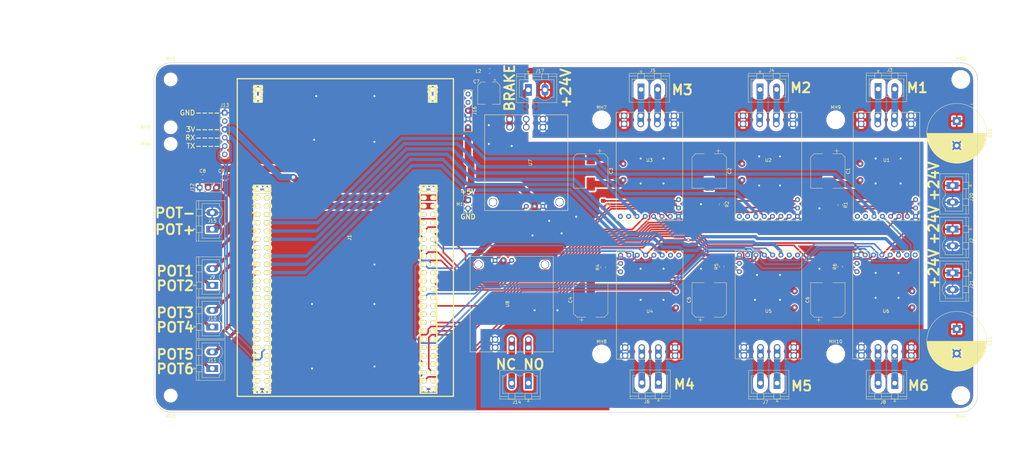
<source format=kicad_pcb>
(kicad_pcb (version 20171130) (host pcbnew 5.0.0)
  (layers (0 F.Cu signal) (31 B.Cu signal) (34 B.Paste user) (35 F.Paste user) (36 B.SilkS user) (37 F.SilkS user) (38 B.Mask user) (39 F.Mask user) (44 Edge.Cuts user))
  (net 0 "")
  (net 1 "Net-(C1-Pad2)")
  (net 2 "Net-(C1-Pad1)")
  (net 3 "Net-(C2-Pad2)")
  (net 4 "Net-(C2-Pad1)")
  (net 5 "Net-(C3-Pad2)")
  (net 6 "Net-(C3-Pad1)")
  (net 7 "Net-(C4-Pad1)")
  (net 8 "Net-(C4-Pad2)")
  (net 9 "Net-(C5-Pad1)")
  (net 10 "Net-(C5-Pad2)")
  (net 11 "Net-(C6-Pad1)")
  (net 12 "Net-(C6-Pad2)")
  (net 13 "Net-(R1-Pad2)")
  (net 14 "Net-(R1-Pad1)")
  (net 15 "Net-(R2-Pad1)")
  (net 16 "Net-(R2-Pad2)")
  (net 17 "Net-(R3-Pad2)")
  (net 18 "Net-(R3-Pad1)")
  (net 19 "Net-(R4-Pad1)")
  (net 20 "Net-(R4-Pad2)")
  (net 21 "Net-(R5-Pad2)")
  (net 22 "Net-(R5-Pad1)")
  (net 23 "Net-(R6-Pad1)")
  (net 24 "Net-(R6-Pad2)")
  (net 25 "Net-(U1-Pad1)")
  (net 26 "Net-(U1-Pad2)")
  (net 27 motor_current_1)
  (net 28 motor_sleep_all)
  (net 29 motor_pwm_1)
  (net 30 motor_dir_1)
  (net 31 GND)
  (net 32 "Net-(U2-Pad1)")
  (net 33 "Net-(U2-Pad2)")
  (net 34 motor_current_2)
  (net 35 motor_pwm_2)
  (net 36 motor_dir_2)
  (net 37 "Net-(U3-Pad1)")
  (net 38 "Net-(U3-Pad2)")
  (net 39 motor_current_3)
  (net 40 motor_pwm_3)
  (net 41 motor_dir_3)
  (net 42 motor_dir_4)
  (net 43 motor_pwm_4)
  (net 44 motor_current_4)
  (net 45 "Net-(U4-Pad2)")
  (net 46 "Net-(U4-Pad1)")
  (net 47 motor_dir_5)
  (net 48 motor_pwm_5)
  (net 49 motor_current_5)
  (net 50 "Net-(U5-Pad2)")
  (net 51 "Net-(U5-Pad1)")
  (net 52 motor_dir_6)
  (net 53 motor_pwm_6)
  (net 54 motor_current_6)
  (net 55 "Net-(U6-Pad2)")
  (net 56 "Net-(U6-Pad1)")
  (net 57 "Net-(J1-Pad59)")
  (net 58 "Net-(J1-Pad61)")
  (net 59 "Net-(J1-Pad63)")
  (net 60 "Net-(J1-Pad65)")
  (net 61 "Net-(J1-Pad67)")
  (net 62 "Net-(J1-Pad69)")
  (net 63 "Net-(J1-Pad71)")
  (net 64 "Net-(J1-Pad75)")
  (net 65 "Net-(J1-Pad77)")
  (net 66 "Net-(J1-Pad79)")
  (net 67 "Net-(J1-Pad91)")
  (net 68 "Net-(J1-Pad93)")
  (net 69 "Net-(J1-Pad94)")
  (net 70 "Net-(J1-Pad92)")
  (net 71 "Net-(J1-Pad86)")
  (net 72 "Net-(J1-Pad84)")
  (net 73 "Net-(J1-Pad80)")
  (net 74 "Net-(J1-Pad74)")
  (net 75 "Net-(J1-Pad70)")
  (net 76 "Net-(J1-Pad58)")
  (net 77 "Net-(J1-Pad54)")
  (net 78 "Net-(J1-Pad48)")
  (net 79 "Net-(J1-Pad46)")
  (net 80 "Net-(J1-Pad44)")
  (net 81 "Net-(J1-Pad42)")
  (net 82 "Net-(J1-Pad38)")
  (net 83 "Net-(J1-Pad36)")
  (net 84 "Net-(J1-Pad34)")
  (net 85 "Net-(J1-Pad32)")
  (net 86 "Net-(J1-Pad30)")
  (net 87 "Net-(J1-Pad28)")
  (net 88 "Net-(J1-Pad26)")
  (net 89 "Net-(J1-Pad24)")
  (net 90 "Net-(J1-Pad16)")
  (net 91 "Net-(J1-Pad8)")
  (net 92 "Net-(J1-Pad6)")
  (net 93 "Net-(J1-Pad9)")
  (net 94 "Net-(J1-Pad17)")
  (net 95 "Net-(J1-Pad25)")
  (net 96 "Net-(J1-Pad27)")
  (net 97 "Net-(J1-Pad29)")
  (net 98 "Net-(J1-Pad31)")
  (net 99 "Net-(J1-Pad33)")
  (net 100 "Net-(J1-Pad35)")
  (net 101 "Net-(J1-Pad37)")
  (net 102 "Net-(J1-Pad39)")
  (net 103 "Net-(J1-Pad43)")
  (net 104 "Net-(J1-Pad45)")
  (net 105 "Net-(J1-Pad47)")
  (net 106 +24V)
  (net 107 VDD)
  (net 108 +5V)
  (net 109 "Net-(J16-Pad4)")
  (net 110 "Net-(J16-Pad5)")
  (net 111 "Net-(J17-Pad1)")
  (net 112 "Net-(J3-Pad2)")
  (net 113 "Net-(J3-Pad1)")
  (net 114 "Net-(J4-Pad2)")
  (net 115 "Net-(J4-Pad1)")
  (net 116 "Net-(J5-Pad2)")
  (net 117 "Net-(J5-Pad1)")
  (net 118 "Net-(J6-Pad2)")
  (net 119 "Net-(J6-Pad1)")
  (net 120 "Net-(J7-Pad2)")
  (net 121 "Net-(J7-Pad1)")
  (net 122 "Net-(J8-Pad2)")
  (net 123 "Net-(J8-Pad1)")
  (net 124 "Net-(J1-Pad3)")
  (net 125 "Net-(J1-Pad4)")
  (net 126 POT+)
  (net 127 relay_brake)
  (net 128 relay_gripper)
  (net 129 uart_rx)
  (net 130 motor_pot_5)
  (net 131 motor_pot_4)
  (net 132 motor_pot_3)
  (net 133 motor_pot_2)
  (net 134 motor_pot_1)
  (net 135 motor_pot_6)
  (net 136 uart_tx)
  (net 137 "Net-(J13-Pad2)")
  (net 138 "Net-(J13-Pad6)")
  (net 139 motor_fault_4)
  (net 140 motor_fault_1)
  (net 141 motor_fault_3)
  (net 142 motor_fault_2)
  (net 143 motor_fault_6)
  (net 144 motor_fault_5)
  (net 145 GNDPWR)
  (net 146 "Net-(C7-Pad1)")
  (net 147 "Net-(J14-Pad1)")
  (net 148 "Net-(J14-Pad2)")
  (net 149 "Net-(U7-Pad5)")
  (module Capacitor_SMD:CP_Elec_10x10 (layer F.Cu) (at 220.98 86.36 270)
    (fp_text reference C1 (at 0 -6.2 270) (layer F.SilkS))
    (fp_text value CP)
    (pad 2 smd rect (at 4 0 270) (size 4 2.5) (layers F.Cu F.Paste F.Mask) (net 1 "Net-(C1-Pad2)"))
    (pad 1 smd rect (at -4 0 270) (size 4 2.5) (layers F.Cu F.Paste F.Mask) (net 2 "Net-(C1-Pad1)"))
  )
  (module Capacitor_SMD:CP_Elec_10x10 (layer F.Cu) (at 184.785 86.36 270)
    (fp_text reference C2 (at 0 -6.2 270) (layer F.SilkS))
    (fp_text value CP)
    (pad 2 smd rect (at 4 0 270) (size 4 2.5) (layers F.Cu F.Paste F.Mask) (net 3 "Net-(C2-Pad2)"))
    (pad 1 smd rect (at -4 0 270) (size 4 2.5) (layers F.Cu F.Paste F.Mask) (net 4 "Net-(C2-Pad1)"))
  )
  (module Capacitor_SMD:CP_Elec_10x10 (layer F.Cu) (at 148.59 86.36 270)
    (fp_text reference C3 (at 0 -6.2 270) (layer F.SilkS))
    (fp_text value CP)
    (pad 2 smd rect (at 4 0 270) (size 4 2.5) (layers F.Cu F.Paste F.Mask) (net 5 "Net-(C3-Pad2)"))
    (pad 1 smd rect (at -4 0 270) (size 4 2.5) (layers F.Cu F.Paste F.Mask) (net 6 "Net-(C3-Pad1)"))
  )
  (module Capacitor_SMD:CP_Elec_10x10 (layer F.Cu) (at 148.59 125.73 90)
    (fp_text reference C4 (at 0 -6.2 90) (layer F.SilkS))
    (fp_text value CP)
    (pad 2 smd rect (at 4 0 90) (size 4 2.5) (layers F.Cu F.Paste F.Mask) (net 8 "Net-(C4-Pad2)"))
    (pad 1 smd rect (at -4 0 90) (size 4 2.5) (layers F.Cu F.Paste F.Mask) (net 7 "Net-(C4-Pad1)"))
  )
  (module Capacitor_SMD:CP_Elec_10x10 (layer F.Cu) (at 184.785 125.73 90)
    (fp_text reference C5 (at 0 -6.2 90) (layer F.SilkS))
    (fp_text value CP)
    (pad 2 smd rect (at 4 0 90) (size 4 2.5) (layers F.Cu F.Paste F.Mask) (net 10 "Net-(C5-Pad2)"))
    (pad 1 smd rect (at -4 0 90) (size 4 2.5) (layers F.Cu F.Paste F.Mask) (net 9 "Net-(C5-Pad1)"))
  )
  (module Capacitor_SMD:CP_Elec_10x10 (layer F.Cu) (at 220.98 125.73 90)
    (fp_text reference C6 (at 0 -6.2 90) (layer F.SilkS))
    (fp_text value CP)
    (pad 2 smd rect (at 4 0 90) (size 4 2.5) (layers F.Cu F.Paste F.Mask) (net 12 "Net-(C6-Pad2)"))
    (pad 1 smd rect (at -4 0 90) (size 4 2.5) (layers F.Cu F.Paste F.Mask) (net 11 "Net-(C6-Pad1)"))
  )
  (module Resistor_SMD:R_0805_2012Metric_Pad1.15x1.40mm_HandSolder (layer F.Cu) (at 224.79 96.765 270)
    (fp_text reference R1 (at 0 -1.65 270) (layer F.SilkS))
    (fp_text value 70k)
    (pad 2 smd roundrect (at 1.025 0 270) (size 1.15 1.4) (layers F.Cu F.Paste F.Mask) (roundrect_rratio 0.217391) (net 13 "Net-(R1-Pad2)"))
    (pad 1 smd roundrect (at -1.025 0 270) (size 1.15 1.4) (layers F.Cu F.Paste F.Mask) (roundrect_rratio 0.217391) (net 14 "Net-(R1-Pad1)"))
  )
  (module Resistor_SMD:R_0805_2012Metric_Pad1.15x1.40mm_HandSolder (layer F.Cu) (at 188.595 96.52 270)
    (fp_text reference R2 (at 0 -1.65 270) (layer F.SilkS))
    (fp_text value 70k)
    (pad 2 smd roundrect (at 1.025 0 270) (size 1.15 1.4) (layers F.Cu F.Paste F.Mask) (roundrect_rratio 0.217391) (net 16 "Net-(R2-Pad2)"))
    (pad 1 smd roundrect (at -1.025 0 270) (size 1.15 1.4) (layers F.Cu F.Paste F.Mask) (roundrect_rratio 0.217391) (net 15 "Net-(R2-Pad1)"))
  )
  (module Resistor_SMD:R_0805_2012Metric_Pad1.15x1.40mm_HandSolder (layer F.Cu) (at 152.4 96.52 270)
    (fp_text reference R3 (at 0 -1.65 270) (layer F.SilkS))
    (fp_text value 70k)
    (pad 2 smd roundrect (at 1.025 0 270) (size 1.15 1.4) (layers F.Cu F.Paste F.Mask) (roundrect_rratio 0.217391) (net 17 "Net-(R3-Pad2)"))
    (pad 1 smd roundrect (at -1.025 0 270) (size 1.15 1.4) (layers F.Cu F.Paste F.Mask) (roundrect_rratio 0.217391) (net 18 "Net-(R3-Pad1)"))
  )
  (module Resistor_SMD:R_0805_2012Metric_Pad1.15x1.40mm_HandSolder (layer F.Cu) (at 152.4 115.815 90)
    (fp_text reference R4 (at 0 -1.65 90) (layer F.SilkS))
    (fp_text value 70k)
    (pad 2 smd roundrect (at 1.025 0 90) (size 1.15 1.4) (layers F.Cu F.Paste F.Mask) (roundrect_rratio 0.217391) (net 20 "Net-(R4-Pad2)"))
    (pad 1 smd roundrect (at -1.025 0 90) (size 1.15 1.4) (layers F.Cu F.Paste F.Mask) (roundrect_rratio 0.217391) (net 19 "Net-(R4-Pad1)"))
  )
  (module Resistor_SMD:R_0805_2012Metric_Pad1.15x1.40mm_HandSolder (layer F.Cu) (at 188.595 115.57 90)
    (fp_text reference R5 (at 0 -1.65 90) (layer F.SilkS))
    (fp_text value 70k)
    (pad 2 smd roundrect (at 1.025 0 90) (size 1.15 1.4) (layers F.Cu F.Paste F.Mask) (roundrect_rratio 0.217391) (net 21 "Net-(R5-Pad2)"))
    (pad 1 smd roundrect (at -1.025 0 90) (size 1.15 1.4) (layers F.Cu F.Paste F.Mask) (roundrect_rratio 0.217391) (net 22 "Net-(R5-Pad1)"))
  )
  (module Resistor_SMD:R_0805_2012Metric_Pad1.15x1.40mm_HandSolder (layer F.Cu) (at 224.79 115.57 90)
    (fp_text reference R6 (at 0 -1.65 90) (layer F.SilkS))
    (fp_text value 70k)
    (pad 2 smd roundrect (at 1.025 0 90) (size 1.15 1.4) (layers F.Cu F.Paste F.Mask) (roundrect_rratio 0.217391) (net 24 "Net-(R6-Pad2)"))
    (pad 1 smd roundrect (at -1.025 0 90) (size 1.15 1.4) (layers F.Cu F.Paste F.Mask) (roundrect_rratio 0.217391) (net 23 "Net-(R6-Pad1)"))
  )
  (module Connector_Phoenix_MSTB:PhoenixContact_MSTBVA_2,5_2-G-5,08_1x02_P5.08mm_Vertical (layer F.Cu) (at 259.08 104.14 270)
    (fp_text reference J2 (at 3.54 -5.8 270) (layer F.SilkS))
    (fp_text value Conn_01x02_Male)
    (pad 2 thru_hole oval (at 5.08 0 270) (size 2.08 3.6) (drill 1.4) (layers *.Cu *.Mask) (net 145 GNDPWR))
    (pad 1 thru_hole rect (at 0 0 270) (size 2.08 3.6) (drill 1.4) (layers *.Cu *.Mask) (net 106 +24V))
  )
  (module Connector_Phoenix_MSTB:PhoenixContact_MSTBVA_2,5_2-G-5,08_1x02_P5.08mm_Vertical (layer F.Cu) (at 236.347 61.341)
    (fp_text reference J3 (at 3.54 -5.8) (layer F.SilkS))
    (fp_text value Conn_01x02_Female)
    (pad 2 thru_hole oval (at 5.08 0) (size 2.08 3.6) (drill 1.4) (layers *.Cu *.Mask) (net 112 "Net-(J3-Pad2)"))
    (pad 1 thru_hole rect (at 0 0) (size 2.08 3.6) (drill 1.4) (layers *.Cu *.Mask) (net 113 "Net-(J3-Pad1)"))
  )
  (module Connector_Phoenix_MSTB:PhoenixContact_MSTBVA_2,5_2-G-5,08_1x02_P5.08mm_Vertical (layer F.Cu) (at 200.279 61.468)
    (fp_text reference J4 (at 3.54 -5.8) (layer F.SilkS))
    (fp_text value Conn_01x02_Female)
    (pad 2 thru_hole oval (at 5.08 0) (size 2.08 3.6) (drill 1.4) (layers *.Cu *.Mask) (net 114 "Net-(J4-Pad2)"))
    (pad 1 thru_hole rect (at 0 0) (size 2.08 3.6) (drill 1.4) (layers *.Cu *.Mask) (net 115 "Net-(J4-Pad1)"))
  )
  (module Connector_Phoenix_MSTB:PhoenixContact_MSTBVA_2,5_2-G-5,08_1x02_P5.08mm_Vertical (layer F.Cu) (at 163.957 61.468)
    (fp_text reference J5 (at 3.54 -5.8) (layer F.SilkS))
    (fp_text value Conn_01x02_Female)
    (pad 2 thru_hole oval (at 5.08 0) (size 2.08 3.6) (drill 1.4) (layers *.Cu *.Mask) (net 116 "Net-(J5-Pad2)"))
    (pad 1 thru_hole rect (at 0 0) (size 2.08 3.6) (drill 1.4) (layers *.Cu *.Mask) (net 117 "Net-(J5-Pad1)"))
  )
  (module Connector_Phoenix_MSTB:PhoenixContact_MSTBVA_2,5_2-G-5,08_1x02_P5.08mm_Vertical (layer F.Cu) (at 169.291 151.003 180)
    (fp_text reference J6 (at 3.54 -5.8 180) (layer F.SilkS))
    (fp_text value Conn_01x02_Female)
    (pad 2 thru_hole oval (at 5.08 0 180) (size 2.08 3.6) (drill 1.4) (layers *.Cu *.Mask) (net 118 "Net-(J6-Pad2)"))
    (pad 1 thru_hole rect (at 0 0 180) (size 2.08 3.6) (drill 1.4) (layers *.Cu *.Mask) (net 119 "Net-(J6-Pad1)"))
  )
  (module Connector_Phoenix_MSTB:PhoenixContact_MSTBVA_2,5_2-G-5,08_1x02_P5.08mm_Vertical (layer F.Cu) (at 205.486 151.13 180)
    (fp_text reference J7 (at 3.54 -5.8 180) (layer F.SilkS))
    (fp_text value Conn_01x02_Female)
    (pad 2 thru_hole oval (at 5.08 0 180) (size 2.08 3.6) (drill 1.4) (layers *.Cu *.Mask) (net 120 "Net-(J7-Pad2)"))
    (pad 1 thru_hole rect (at 0 0 180) (size 2.08 3.6) (drill 1.4) (layers *.Cu *.Mask) (net 121 "Net-(J7-Pad1)"))
  )
  (module Connector_Phoenix_MSTB:PhoenixContact_MSTBVA_2,5_2-G-5,08_1x02_P5.08mm_Vertical (layer F.Cu) (at 241.427 151.13 180)
    (fp_text reference J8 (at 3.54 -5.8 180) (layer F.SilkS))
    (fp_text value Conn_01x02_Female)
    (pad 2 thru_hole oval (at 5.08 0 180) (size 2.08 3.6) (drill 1.4) (layers *.Cu *.Mask) (net 122 "Net-(J8-Pad2)"))
    (pad 1 thru_hole rect (at 0 0 180) (size 2.08 3.6) (drill 1.4) (layers *.Cu *.Mask) (net 123 "Net-(J8-Pad1)"))
  )
  (module Connector_Phoenix_MSTB:PhoenixContact_MSTBVA_2,5_2-G-5,08_1x02_P5.08mm_Vertical (layer F.Cu) (at 33.02 121.285 90)
    (fp_text reference J9 (at 2.54 0 180) (layer F.SilkS))
    (fp_text value Conn_01x02_Male)
    (pad 2 thru_hole oval (at 5.08 0 90) (size 2.08 3.6) (drill 1.4) (layers *.Cu *.Mask) (net 133 motor_pot_2))
    (pad 1 thru_hole rect (at 0 0 90) (size 2.08 3.6) (drill 1.4) (layers *.Cu *.Mask) (net 134 motor_pot_1))
  )
  (module Connector_Phoenix_MSTB:PhoenixContact_MSTBVA_2,5_2-G-5,08_1x02_P5.08mm_Vertical (layer F.Cu) (at 33.02 133.985 90)
    (fp_text reference J10 (at 2.54 0 180) (layer F.SilkS))
    (fp_text value Conn_01x02_Male)
    (pad 2 thru_hole oval (at 5.08 0 90) (size 2.08 3.6) (drill 1.4) (layers *.Cu *.Mask) (net 131 motor_pot_4))
    (pad 1 thru_hole rect (at 0 0 90) (size 2.08 3.6) (drill 1.4) (layers *.Cu *.Mask) (net 132 motor_pot_3))
  )
  (module Connector_Phoenix_MSTB:PhoenixContact_MSTBVA_2,5_2-G-5,08_1x02_P5.08mm_Vertical (layer F.Cu) (at 33.02 146.685 90)
    (fp_text reference J11 (at 2.54 0 180) (layer F.SilkS))
    (fp_text value Conn_01x02_Male)
    (pad 2 thru_hole oval (at 5.08 0 90) (size 2.08 3.6) (drill 1.4) (layers *.Cu *.Mask) (net 135 motor_pot_6))
    (pad 1 thru_hole rect (at 0 0 90) (size 2.08 3.6) (drill 1.4) (layers *.Cu *.Mask) (net 130 motor_pot_5))
  )
  (module Connector_Phoenix_MSTB:PhoenixContact_MSTBVA_2,5_2-G-5,08_1x02_P5.08mm_Vertical (layer F.Cu) (at 33.02 104.14 90)
    (fp_text reference J15 (at 2.54 0 180) (layer F.SilkS))
    (fp_text value Conn_01x02_Male)
    (pad 2 thru_hole oval (at 5.08 0 90) (size 2.08 3.6) (drill 1.4) (layers *.Cu *.Mask) (net 31 GND))
    (pad 1 thru_hole rect (at 0 0 90) (size 2.08 3.6) (drill 1.4) (layers *.Cu *.Mask) (net 126 POT+))
  )
  (module Capacitor_SMD:CP_Elec_6.3x5.9 (layer F.Cu) (at 117.475 62.605 270)
    (fp_text reference C7 (at -3.55 3.81) (layer F.SilkS))
    (fp_text value "33µ 50V")
    (pad 2 smd rect (at 2.8 0 270) (size 3.5 1.6) (layers F.Cu F.Paste F.Mask) (net 31 GND))
    (pad 1 smd rect (at -2.8 0 270) (size 3.5 1.6) (layers F.Cu F.Paste F.Mask) (net 146 "Net-(C7-Pad1)"))
  )
  (module Connector_Phoenix_MSTB:PhoenixContact_MSTBVA_2,5_2-G-5,08_1x02_P5.08mm_Vertical (layer F.Cu) (at 129.54 61.595)
    (fp_text reference J17 (at 3.54 -5.8) (layer F.SilkS))
    (fp_text value Conn_01x02_Male)
    (pad 2 thru_hole oval (at 5.08 0) (size 2.08 3.6) (drill 1.4) (layers *.Cu *.Mask) (net 106 +24V))
    (pad 1 thru_hole rect (at 0 0) (size 2.08 3.6) (drill 1.4) (layers *.Cu *.Mask) (net 111 "Net-(J17-Pad1)"))
  )
  (module MountingHole:MountingHole_3.2mm_M3_DIN965 (layer F.Cu) (at 20.32 58.42)
    (fp_text reference MH1 (at 0 -6.35) (layer F.SilkS))
    (fp_text value MountingHole)
    (pad 1 np_thru_hole circle (at 0 0) (size 3.2 3.2) (drill 3.2) (layers *.Cu *.Mask))
  )
  (module MountingHole:MountingHole_3.2mm_M3_DIN965 (layer F.Cu) (at 261.62 58.42)
    (fp_text reference MH2 (at 0 -6.35) (layer F.SilkS))
    (fp_text value MountingHole)
    (pad 1 np_thru_hole circle (at 0 0) (size 3.2 3.2) (drill 3.2) (layers *.Cu *.Mask))
  )
  (module MountingHole:MountingHole_3.2mm_M3_DIN965 (layer F.Cu) (at 20.32 154.94)
    (fp_text reference MH3 (at 0 6.35) (layer F.SilkS))
    (fp_text value MountingHole)
    (pad 1 np_thru_hole circle (at 0 0) (size 3.2 3.2) (drill 3.2) (layers *.Cu *.Mask))
  )
  (module MountingHole:MountingHole_3.2mm_M3_DIN965 (layer F.Cu) (at 261.62 154.94)
    (fp_text reference MH4 (at 0 6.35) (layer F.SilkS))
    (fp_text value MountingHole)
    (pad 1 np_thru_hole circle (at 0 0) (size 3.2 3.2) (drill 3.2) (layers *.Cu *.Mask))
  )
  (module Connector_Phoenix_MSTB:PhoenixContact_MSTBVA_2,5_2-G-5,08_1x02_P5.08mm_Vertical (layer F.Cu) (at 259.08 90.805 270)
    (fp_text reference J20 (at 3.54 -5.8 270) (layer F.SilkS))
    (fp_text value Conn_01x02_Male)
    (pad 2 thru_hole oval (at 5.08 0 270) (size 2.08 3.6) (drill 1.4) (layers *.Cu *.Mask) (net 145 GNDPWR))
    (pad 1 thru_hole rect (at 0 0 270) (size 2.08 3.6) (drill 1.4) (layers *.Cu *.Mask) (net 106 +24V))
  )
  (module Connector_Phoenix_MSTB:PhoenixContact_MSTBVA_2,5_2-G-5,08_1x02_P5.08mm_Vertical (layer F.Cu) (at 259.08 117.475 270)
    (fp_text reference J21 (at 3.54 -5.8 270) (layer F.SilkS))
    (fp_text value Conn_01x02_Male)
    (pad 2 thru_hole oval (at 5.08 0 270) (size 2.08 3.6) (drill 1.4) (layers *.Cu *.Mask) (net 145 GNDPWR))
    (pad 1 thru_hole rect (at 0 0 270) (size 2.08 3.6) (drill 1.4) (layers *.Cu *.Mask) (net 106 +24V))
  )
  (module Connector_PinHeader_2.54mm:PinHeader_1x03_P2.54mm_Vertical (layer F.Cu) (at 29.21 91.44 90)
    (fp_text reference J12 (at 0 -2.33 90) (layer F.SilkS))
    (fp_text value Conn_01x03_Male)
    (pad 3 thru_hole oval (at 0 5.08 90) (size 1.7 1.7) (drill 1) (layers *.Cu *.Mask) (net 126 POT+))
    (pad 2 thru_hole oval (at 0 2.54 90) (size 1.7 1.7) (drill 1) (layers *.Cu *.Mask) (net 108 +5V))
    (pad 1 thru_hole rect (at 0 0 90) (size 1.7 1.7) (drill 1) (layers *.Cu *.Mask) (net 31 GND))
  )
  (module Capacitor_SMD:C_0805_2012Metric_Pad1.15x1.40mm_HandSolder (layer F.Cu) (at 30.09 88.265 180)
    (fp_text reference C8 (at 0 1.905 180) (layer F.SilkS))
    (fp_text value C)
    (pad 2 smd roundrect (at 1.025 0 180) (size 1.15 1.4) (layers F.Cu F.Paste F.Mask) (roundrect_rratio 0.217391) (net 31 GND))
    (pad 1 smd roundrect (at -1.025 0 180) (size 1.15 1.4) (layers F.Cu F.Paste F.Mask) (roundrect_rratio 0.217391) (net 108 +5V))
  )
  (module Capacitor_SMD:C_0805_2012Metric_Pad1.15x1.40mm_HandSolder (layer F.Cu) (at 35.805 88.265)
    (fp_text reference C9 (at 0 -1.905) (layer F.SilkS))
    (fp_text value C)
    (pad 2 smd roundrect (at 1.025 0) (size 1.15 1.4) (layers F.Cu F.Paste F.Mask) (roundrect_rratio 0.217391) (net 31 GND))
    (pad 1 smd roundrect (at -1.025 0) (size 1.15 1.4) (layers F.Cu F.Paste F.Mask) (roundrect_rratio 0.217391) (net 126 POT+))
  )
  (module MountingHole:MountingHole_3.2mm_M3_DIN965 (layer F.Cu) (at 20.32 73.025)
    (fp_text reference MH5 (at -7.62 0) (layer F.SilkS))
    (fp_text value MountingHole)
    (pad 1 np_thru_hole circle (at 0 0) (size 3.2 3.2) (drill 3.2) (layers *.Cu *.Mask))
  )
  (module MountingHole:MountingHole_3.2mm_M3_DIN965 (layer F.Cu) (at 20.32 78.105)
    (fp_text reference MH6 (at -7.62 0) (layer F.SilkS))
    (fp_text value MountingHole)
    (pad 1 np_thru_hole circle (at 0 0) (size 3.2 3.2) (drill 3.2) (layers *.Cu *.Mask))
  )
  (module Capacitor_THT:CP_Radial_D18.0mm_P7.50mm (layer F.Cu) (at 260.35 71.12 270)
    (fp_text reference C10 (at 3.75 -10.25 270) (layer F.SilkS))
    (fp_text value CP)
    (pad 2 thru_hole circle (at 7.5 0 270) (size 2.4 2.4) (drill 1.2) (layers *.Cu *.Mask) (net 145 GNDPWR))
    (pad 1 thru_hole rect (at 0 0 270) (size 2.4 2.4) (drill 1.2) (layers *.Cu *.Mask) (net 106 +24V))
  )
  (module Capacitor_THT:CP_Radial_D18.0mm_P7.50mm (layer F.Cu) (at 260.35 134.62 270)
    (fp_text reference C11 (at 3.75 -10.25 270) (layer F.SilkS))
    (fp_text value CP)
    (pad 2 thru_hole circle (at 7.5 0 270) (size 2.4 2.4) (drill 1.2) (layers *.Cu *.Mask) (net 145 GNDPWR))
    (pad 1 thru_hole rect (at 0 0 270) (size 2.4 2.4) (drill 1.2) (layers *.Cu *.Mask) (net 106 +24V))
  )
  (module Connector_PinHeader_2.54mm:PinHeader_1x06_P2.54mm_Vertical (layer F.Cu) (at 36.83 68.58)
    (fp_text reference J13 (at 0 -2.33) (layer F.SilkS))
    (fp_text value Conn_01x06_Male)
    (pad 6 thru_hole oval (at 0 12.7) (size 1.7 1.7) (drill 1) (layers *.Cu *.Mask) (net 138 "Net-(J13-Pad6)"))
    (pad 5 thru_hole oval (at 0 10.16) (size 1.7 1.7) (drill 1) (layers *.Cu *.Mask) (net 136 uart_tx))
    (pad 4 thru_hole oval (at 0 7.62) (size 1.7 1.7) (drill 1) (layers *.Cu *.Mask) (net 129 uart_rx))
    (pad 3 thru_hole oval (at 0 5.08) (size 1.7 1.7) (drill 1) (layers *.Cu *.Mask) (net 107 VDD))
    (pad 2 thru_hole oval (at 0 2.54) (size 1.7 1.7) (drill 1) (layers *.Cu *.Mask) (net 137 "Net-(J13-Pad2)"))
    (pad 1 thru_hole rect (at 0 0) (size 1.7 1.7) (drill 1) (layers *.Cu *.Mask) (net 31 GND))
  )
  (module roboarm_kicadlib:stm32f4_discovery_header (layer F.Cu) (at 73.66 106.68 90)
    (fp_text reference J1 (at 0 1.27 90) (layer F.SilkS) (effects (font (size 1.016 1.016) (thickness 0.2032))))
    (fp_text value STM32F4_Discovery_Header hide)
    (pad 49 thru_hole rect (at 45.16 -26.67 90) (size 1.5 2.2) (drill 1.00076) (layers *.Cu *.Mask F.SilkS) (net 31 GND))
    (pad 50 thru_hole oval (at 42.62 -26.67 90) (size 1.5 2.2) (drill 1.00076) (layers *.Cu *.Mask F.SilkS) (net 31 GND))
    (pad 49 thru_hole oval (at -46.28 -26.67 90) (size 1.5 2) (drill 0.99822 (offset 0 -0.25)) (layers *.Cu *.Mask F.SilkS) (net 31 GND))
    (pad 47 thru_hole oval (at -43.74 -26.67 90) (size 1.5 2) (drill 0.99822 (offset 0 -0.25)) (layers *.Cu *.Mask F.SilkS) (net 105 "Net-(J1-Pad47)"))
    (pad 45 thru_hole oval (at -41.2 -26.67 90) (size 1.5 2) (drill 0.99822 (offset 0 -0.25)) (layers *.Cu *.Mask F.SilkS) (net 104 "Net-(J1-Pad45)"))
    (pad 43 thru_hole oval (at -38.66 -26.67 90) (size 1.5 2) (drill 0.99822 (offset 0 -0.25)) (layers *.Cu *.Mask F.SilkS) (net 103 "Net-(J1-Pad43)"))
    (pad 41 thru_hole oval (at -36.12 -26.67 90) (size 1.5 2) (drill 0.99822 (offset 0 -0.25)) (layers *.Cu *.Mask F.SilkS) (net 129 uart_rx))
    (pad 39 thru_hole oval (at -33.58 -26.67 90) (size 1.5 2) (drill 0.99822 (offset 0 -0.25)) (layers *.Cu *.Mask F.SilkS) (net 102 "Net-(J1-Pad39)"))
    (pad 37 thru_hole oval (at -31.04 -26.67 90) (size 1.5 2) (drill 0.99822 (offset 0 -0.25)) (layers *.Cu *.Mask F.SilkS) (net 101 "Net-(J1-Pad37)"))
    (pad 35 thru_hole oval (at -28.5 -26.67 90) (size 1.5 2) (drill 0.99822 (offset 0 -0.25)) (layers *.Cu *.Mask F.SilkS) (net 100 "Net-(J1-Pad35)"))
    (pad 33 thru_hole oval (at -25.96 -26.67 90) (size 1.5 2) (drill 0.99822 (offset 0 -0.25)) (layers *.Cu *.Mask F.SilkS) (net 99 "Net-(J1-Pad33)"))
    (pad 31 thru_hole oval (at -23.42 -26.67 90) (size 1.5 2) (drill 0.99822 (offset 0 -0.25)) (layers *.Cu *.Mask F.SilkS) (net 98 "Net-(J1-Pad31)"))
    (pad 29 thru_hole oval (at -20.88 -26.67 90) (size 1.5 2) (drill 0.99822 (offset 0 -0.25)) (layers *.Cu *.Mask F.SilkS) (net 97 "Net-(J1-Pad29)"))
    (pad 27 thru_hole oval (at -18.34 -26.67 90) (size 1.5 2) (drill 0.99822 (offset 0 -0.25)) (layers *.Cu *.Mask F.SilkS) (net 96 "Net-(J1-Pad27)"))
    (pad 25 thru_hole oval (at -15.8 -26.67 90) (size 1.5 2) (drill 0.99822 (offset 0 -0.25)) (layers *.Cu *.Mask F.SilkS) (net 95 "Net-(J1-Pad25)"))
    (pad 23 thru_hole oval (at -13.26 -26.67 90) (size 1.5 2) (drill 0.99822 (offset 0 -0.25)) (layers *.Cu *.Mask F.SilkS) (net 31 GND))
    (pad 21 thru_hole oval (at -10.72 -26.67 90) (size 1.5 2) (drill 0.99822 (offset 0 -0.25)) (layers *.Cu *.Mask F.SilkS) (net 135 motor_pot_6))
    (pad 19 thru_hole oval (at -8.18 -26.67 90) (size 1.5 2) (drill 0.99822 (offset 0 -0.25)) (layers *.Cu *.Mask F.SilkS) (net 130 motor_pot_5))
    (pad 17 thru_hole oval (at -5.64 -26.67 90) (size 1.5 2) (drill 0.99822 (offset 0 -0.25)) (layers *.Cu *.Mask F.SilkS) (net 94 "Net-(J1-Pad17)"))
    (pad 15 thru_hole oval (at -3.1 -26.67 90) (size 1.5 2) (drill 0.99822 (offset 0 -0.25)) (layers *.Cu *.Mask F.SilkS) (net 131 motor_pot_4))
    (pad 13 thru_hole oval (at -0.56 -26.67 90) (size 1.5 2) (drill 0.99822 (offset 0 -0.25)) (layers *.Cu *.Mask F.SilkS) (net 132 motor_pot_3))
    (pad 11 thru_hole oval (at 1.98 -26.67 90) (size 1.5 2) (drill 0.99822 (offset 0 -0.25)) (layers *.Cu *.Mask F.SilkS) (net 133 motor_pot_2))
    (pad 9 thru_hole oval (at 4.52 -26.67 90) (size 1.5 2) (drill 0.99822 (offset 0 -0.25)) (layers *.Cu *.Mask F.SilkS) (net 93 "Net-(J1-Pad9)"))
    (pad 7 thru_hole oval (at 7.06 -26.67 90) (size 1.5 2) (drill 0.99822 (offset 0 -0.25)) (layers *.Cu *.Mask F.SilkS) (net 134 motor_pot_1))
    (pad 5 thru_hole oval (at 9.6 -26.67 90) (size 1.5 2) (drill 0.99822 (offset 0 -0.25)) (layers *.Cu *.Mask F.SilkS) (net 31 GND))
    (pad 3 thru_hole oval (at 12.14 -26.67 90) (size 1.5 2) (drill 0.99822 (offset 0 -0.25)) (layers *.Cu *.Mask F.SilkS) (net 124 "Net-(J1-Pad3)"))
    (pad 1 thru_hole rect (at 14.68 -26.67 90) (size 1.5 2) (drill 1.00076 (offset 0 -0.25)) (layers *.Cu *.Mask F.SilkS) (net 31 GND))
    (pad 2 thru_hole oval (at 14.68 -24.13 90) (size 1.5 2) (drill 1.00076 (offset 0 0.25)) (layers *.Cu *.Mask F.SilkS) (net 31 GND))
    (pad 4 thru_hole oval (at 12.14 -24.13 90) (size 1.5 2) (drill 1.00076 (offset 0 0.25)) (layers *.Cu *.Mask F.SilkS) (net 125 "Net-(J1-Pad4)"))
    (pad 6 thru_hole oval (at 9.6 -24.13 90) (size 1.5 2) (drill 1.00076 (offset 0 0.25)) (layers *.Cu *.Mask F.SilkS) (net 92 "Net-(J1-Pad6)"))
    (pad 8 thru_hole oval (at 7.06 -24.13 90) (size 1.5 2) (drill 1.00076 (offset 0 0.25)) (layers *.Cu *.Mask F.SilkS) (net 91 "Net-(J1-Pad8)"))
    (pad 10 thru_hole oval (at 4.52 -24.13 90) (size 1.5 2) (drill 1.00076 (offset 0 0.25)) (layers *.Cu *.Mask F.SilkS) (net 27 motor_current_1))
    (pad 12 thru_hole oval (at 1.98 -24.13 90) (size 1.5 2) (drill 1.00076 (offset 0 0.25)) (layers *.Cu *.Mask F.SilkS) (net 34 motor_current_2))
    (pad 14 thru_hole oval (at -0.56 -24.13 90) (size 1.5 2) (drill 1.00076 (offset 0 0.25)) (layers *.Cu *.Mask F.SilkS) (net 39 motor_current_3))
    (pad 16 thru_hole oval (at -3.1 -24.13 90) (size 1.5 2) (drill 1.00076 (offset 0 0.25)) (layers *.Cu *.Mask F.SilkS) (net 90 "Net-(J1-Pad16)"))
    (pad 18 thru_hole oval (at -5.64 -24.13 90) (size 1.5 2) (drill 1.00076 (offset 0 0.25)) (layers *.Cu *.Mask F.SilkS) (net 54 motor_current_6))
    (pad 20 thru_hole oval (at -8.18 -24.13 90) (size 1.5 2) (drill 1.00076 (offset 0 0.25)) (layers *.Cu *.Mask F.SilkS) (net 49 motor_current_5))
    (pad 22 thru_hole oval (at -10.72 -24.13 90) (size 1.5 2) (drill 1.00076 (offset 0 0.25)) (layers *.Cu *.Mask F.SilkS) (net 44 motor_current_4))
    (pad 24 thru_hole oval (at -13.26 -24.13 90) (size 1.5 2) (drill 1.00076 (offset 0 0.25)) (layers *.Cu *.Mask F.SilkS) (net 89 "Net-(J1-Pad24)"))
    (pad 26 thru_hole oval (at -15.8 -24.13 90) (size 1.5 2) (drill 1.00076 (offset 0 0.25)) (layers *.Cu *.Mask F.SilkS) (net 88 "Net-(J1-Pad26)"))
    (pad 28 thru_hole oval (at -18.34 -24.13 90) (size 1.5 2) (drill 1.00076 (offset 0 0.25)) (layers *.Cu *.Mask F.SilkS) (net 87 "Net-(J1-Pad28)"))
    (pad 30 thru_hole oval (at -20.88 -24.13 90) (size 1.5 2) (drill 1.00076 (offset 0 0.25)) (layers *.Cu *.Mask F.SilkS) (net 86 "Net-(J1-Pad30)"))
    (pad 32 thru_hole oval (at -23.42 -24.13 90) (size 1.5 2) (drill 1.00076 (offset 0 0.25)) (layers *.Cu *.Mask F.SilkS) (net 85 "Net-(J1-Pad32)"))
    (pad 34 thru_hole oval (at -25.96 -24.13 90) (size 1.5 2) (drill 1.00076 (offset 0 0.25)) (layers *.Cu *.Mask F.SilkS) (net 84 "Net-(J1-Pad34)"))
    (pad 36 thru_hole oval (at -28.5 -24.13 90) (size 1.5 2) (drill 1.00076 (offset 0 0.25)) (layers *.Cu *.Mask F.SilkS) (net 83 "Net-(J1-Pad36)"))
    (pad 38 thru_hole oval (at -31.04 -24.13 90) (size 1.5 2) (drill 1.00076 (offset 0 0.25)) (layers *.Cu *.Mask F.SilkS) (net 82 "Net-(J1-Pad38)"))
    (pad 40 thru_hole oval (at -33.58 -24.13 90) (size 1.5 2) (drill 1.00076 (offset 0 0.25)) (layers *.Cu *.Mask F.SilkS) (net 136 uart_tx))
    (pad 42 thru_hole oval (at -36.12 -24.13 90) (size 1.5 2) (drill 1.00076 (offset 0 0.25)) (layers *.Cu *.Mask F.SilkS) (net 81 "Net-(J1-Pad42)"))
    (pad 44 thru_hole oval (at -38.66 -24.13 90) (size 1.5 2) (drill 1.00076 (offset 0 0.25)) (layers *.Cu *.Mask F.SilkS) (net 80 "Net-(J1-Pad44)"))
    (pad 46 thru_hole oval (at -41.2 -24.13 90) (size 1.5 2) (drill 1.00076 (offset 0 0.25)) (layers *.Cu *.Mask F.SilkS) (net 79 "Net-(J1-Pad46)"))
    (pad 48 thru_hole oval (at -43.74 -24.13 90) (size 1.5 2) (drill 1.00076 (offset 0 0.25)) (layers *.Cu *.Mask F.SilkS) (net 78 "Net-(J1-Pad48)"))
    (pad 50 thru_hole oval (at -46.28 -24.13 90) (size 1.5 2) (drill 1.00076 (offset 0 0.25)) (layers *.Cu *.Mask F.SilkS) (net 31 GND))
    (pad 52 thru_hole oval (at -46.28 26.67 90) (size 1.5 2) (drill 1.00076 (offset 0 0.25)) (layers *.Cu *.Mask F.SilkS) (net 31 GND))
    (pad 54 thru_hole oval (at -43.74 26.67 90) (size 1.5 2) (drill 1.00076 (offset 0 0.25)) (layers *.Cu *.Mask F.SilkS) (net 77 "Net-(J1-Pad54)"))
    (pad 56 thru_hole oval (at -41.2 26.67 90) (size 1.5 2) (drill 1.00076 (offset 0 0.25)) (layers *.Cu *.Mask F.SilkS) (net 53 motor_pwm_6))
    (pad 58 thru_hole oval (at -38.66 26.67 90) (size 1.5 2) (drill 1.00076 (offset 0 0.25)) (layers *.Cu *.Mask F.SilkS) (net 76 "Net-(J1-Pad58)"))
    (pad 60 thru_hole oval (at -36.12 26.67 90) (size 1.5 2) (drill 1.00076 (offset 0 0.25)) (layers *.Cu *.Mask F.SilkS) (net 42 motor_dir_4))
    (pad 62 thru_hole oval (at -33.58 26.67 90) (size 1.5 2) (drill 1.00076 (offset 0 0.25)) (layers *.Cu *.Mask F.SilkS) (net 47 motor_dir_5))
    (pad 64 thru_hole oval (at -31.04 26.67 90) (size 1.5 2) (drill 1.00076 (offset 0 0.25)) (layers *.Cu *.Mask F.SilkS) (net 143 motor_fault_6))
    (pad 66 thru_hole oval (at -28.5 26.67 90) (size 1.5 2) (drill 1.00076 (offset 0 0.25)) (layers *.Cu *.Mask F.SilkS) (net 52 motor_dir_6))
    (pad 68 thru_hole oval (at -25.96 26.67 90) (size 1.5 2) (drill 1.00076 (offset 0 0.25)) (layers *.Cu *.Mask F.SilkS) (net 30 motor_dir_1))
    (pad 70 thru_hole oval (at -23.42 26.67 90) (size 1.5 2) (drill 1.00076 (offset 0 0.25)) (layers *.Cu *.Mask F.SilkS) (net 75 "Net-(J1-Pad70)"))
    (pad 72 thru_hole oval (at -20.88 26.67 90) (size 1.5 2) (drill 1.00076 (offset 0 0.25)) (layers *.Cu *.Mask F.SilkS) (net 36 motor_dir_2))
    (pad 74 thru_hole oval (at -18.34 26.67 90) (size 1.5 2) (drill 1.00076 (offset 0 0.25)) (layers *.Cu *.Mask F.SilkS) (net 74 "Net-(J1-Pad74)"))
    (pad 76 thru_hole oval (at -15.8 26.67 90) (size 1.5 2) (drill 1.00076 (offset 0 0.25)) (layers *.Cu *.Mask F.SilkS) (net 35 motor_pwm_2))
    (pad 78 thru_hole oval (at -13.26 26.67 90) (size 1.5 2) (drill 1.00076 (offset 0 0.25)) (layers *.Cu *.Mask F.SilkS) (net 40 motor_pwm_3))
    (pad 80 thru_hole oval (at -10.72 26.67 90) (size 1.5 2) (drill 1.00076 (offset 0 0.25)) (layers *.Cu *.Mask F.SilkS) (net 73 "Net-(J1-Pad80)"))
    (pad 82 thru_hole oval (at -8.18 26.67 90) (size 1.5 2) (drill 1.00076 (offset 0 0.25)) (layers *.Cu *.Mask F.SilkS) (net 140 motor_fault_1))
    (pad 84 thru_hole oval (at -5.64 26.67 90) (size 1.5 2) (drill 1.00076 (offset 0 0.25)) (layers *.Cu *.Mask F.SilkS) (net 72 "Net-(J1-Pad84)"))
    (pad 86 thru_hole oval (at -3.1 26.67 90) (size 1.5 2) (drill 1.00076 (offset 0 0.25)) (layers *.Cu *.Mask F.SilkS) (net 71 "Net-(J1-Pad86)"))
    (pad 88 thru_hole oval (at -0.56 26.67 90) (size 1.5 2) (drill 1.00076 (offset 0 0.25)) (layers *.Cu *.Mask F.SilkS) (net 28 motor_sleep_all))
    (pad 90 thru_hole oval (at 1.98 26.67 90) (size 1.5 2) (drill 1.00076 (offset 0 0.25)) (layers *.Cu *.Mask F.SilkS) (net 142 motor_fault_2))
    (pad 92 thru_hole oval (at 4.52 26.67 90) (size 1.5 2) (drill 1.00076 (offset 0 0.25)) (layers *.Cu *.Mask F.SilkS) (net 70 "Net-(J1-Pad92)"))
    (pad 94 thru_hole oval (at 7.06 26.67 90) (size 1.5 2) (drill 1.00076 (offset 0 0.25)) (layers *.Cu *.Mask F.SilkS) (net 69 "Net-(J1-Pad94)"))
    (pad 96 thru_hole oval (at 9.6 26.67 90) (size 1.5 2) (drill 1.00076 (offset 0 0.25)) (layers *.Cu *.Mask F.SilkS) (net 107 VDD))
    (pad 98 thru_hole oval (at 12.14 26.67 90) (size 1.5 2) (drill 1.00076 (offset 0 0.25)) (layers *.Cu *.Mask F.SilkS) (net 108 +5V))
    (pad 100 thru_hole oval (at 14.68 26.67 90) (size 1.5 2) (drill 1.00076 (offset 0 0.25)) (layers *.Cu *.Mask F.SilkS) (net 31 GND))
    (pad 99 thru_hole rect (at 14.68 24.13 90) (size 1.5 2) (drill 1.00076 (offset 0 -0.25)) (layers *.Cu *.Mask F.SilkS) (net 31 GND))
    (pad 97 thru_hole oval (at 12.14 24.13 90) (size 1.5 2) (drill 0.99822 (offset 0 -0.25)) (layers *.Cu *.Mask F.SilkS) (net 108 +5V))
    (pad 95 thru_hole oval (at 9.6 24.13 90) (size 1.5 2) (drill 0.99822 (offset 0 -0.25)) (layers *.Cu *.Mask F.SilkS) (net 107 VDD))
    (pad 93 thru_hole oval (at 7.06 24.13 90) (size 1.5 2) (drill 0.99822 (offset 0 -0.25)) (layers *.Cu *.Mask F.SilkS) (net 68 "Net-(J1-Pad93)"))
    (pad 91 thru_hole oval (at 4.52 24.13 90) (size 1.5 2) (drill 0.99822 (offset 0 -0.25)) (layers *.Cu *.Mask F.SilkS) (net 67 "Net-(J1-Pad91)"))
    (pad 89 thru_hole oval (at 1.98 24.13 90) (size 1.5 2) (drill 0.99822 (offset 0 -0.25)) (layers *.Cu *.Mask F.SilkS) (net 128 relay_gripper))
    (pad 87 thru_hole oval (at -0.56 24.13 90) (size 1.5 2) (drill 0.99822 (offset 0 -0.25)) (layers *.Cu *.Mask F.SilkS) (net 127 relay_brake))
    (pad 85 thru_hole oval (at -3.1 24.13 90) (size 1.5 2) (drill 0.99822 (offset 0 -0.25)) (layers *.Cu *.Mask F.SilkS) (net 141 motor_fault_3))
    (pad 83 thru_hole oval (at -5.64 24.13 90) (size 1.5 2) (drill 0.99822 (offset 0 -0.25)) (layers *.Cu *.Mask F.SilkS) (net 41 motor_dir_3))
    (pad 81 thru_hole oval (at -8.18 24.13 90) (size 1.5 2) (drill 0.99822 (offset 0 -0.25)) (layers *.Cu *.Mask F.SilkS) (net 139 motor_fault_4))
    (pad 79 thru_hole oval (at -10.72 24.13 90) (size 1.5 2) (drill 0.99822 (offset 0 -0.25)) (layers *.Cu *.Mask F.SilkS) (net 66 "Net-(J1-Pad79)"))
    (pad 77 thru_hole oval (at -13.26 24.13 90) (size 1.5 2) (drill 0.99822 (offset 0 -0.25)) (layers *.Cu *.Mask F.SilkS) (net 65 "Net-(J1-Pad77)"))
    (pad 75 thru_hole oval (at -15.8 24.13 90) (size 1.5 2) (drill 0.99822 (offset 0 -0.25)) (layers *.Cu *.Mask F.SilkS) (net 64 "Net-(J1-Pad75)"))
    (pad 73 thru_hole oval (at -18.34 24.13 90) (size 1.5 2) (drill 0.99822 (offset 0 -0.25)) (layers *.Cu *.Mask F.SilkS) (net 144 motor_fault_5))
    (pad 71 thru_hole oval (at -20.88 24.13 90) (size 1.5 2) (drill 0.99822 (offset 0 -0.25)) (layers *.Cu *.Mask F.SilkS) (net 63 "Net-(J1-Pad71)"))
    (pad 69 thru_hole oval (at -23.42 24.13 90) (size 1.5 2) (drill 0.99822 (offset 0 -0.25)) (layers *.Cu *.Mask F.SilkS) (net 62 "Net-(J1-Pad69)"))
    (pad 67 thru_hole oval (at -25.96 24.13 90) (size 1.5 2) (drill 0.99822 (offset 0 -0.25)) (layers *.Cu *.Mask F.SilkS) (net 61 "Net-(J1-Pad67)"))
    (pad 65 thru_hole oval (at -28.5 24.13 90) (size 1.5 2) (drill 0.99822 (offset 0 -0.25)) (layers *.Cu *.Mask F.SilkS) (net 60 "Net-(J1-Pad65)"))
    (pad 63 thru_hole oval (at -31.04 24.13 90) (size 1.5 2) (drill 0.99822 (offset 0 -0.25)) (layers *.Cu *.Mask F.SilkS) (net 59 "Net-(J1-Pad63)"))
    (pad 61 thru_hole oval (at -33.58 24.13 90) (size 1.5 2) (drill 0.99822 (offset 0 -0.25)) (layers *.Cu *.Mask F.SilkS) (net 58 "Net-(J1-Pad61)"))
    (pad 59 thru_hole oval (at -36.12 24.13 90) (size 1.5 2) (drill 0.99822 (offset 0 -0.25)) (layers *.Cu *.Mask F.SilkS) (net 57 "Net-(J1-Pad59)"))
    (pad 57 thru_hole oval (at -38.66 24.13 90) (size 1.5 2) (drill 0.99822 (offset 0 -0.25)) (layers *.Cu *.Mask F.SilkS) (net 29 motor_pwm_1))
    (pad 55 thru_hole oval (at -41.2 24.13 90) (size 1.5 2) (drill 0.99822 (offset 0 -0.25)) (layers *.Cu *.Mask F.SilkS) (net 48 motor_pwm_5))
    (pad 53 thru_hole oval (at -43.74 24.13 90) (size 1.5 2) (drill 0.99822 (offset 0 -0.25)) (layers *.Cu *.Mask F.SilkS) (net 43 motor_pwm_4))
    (pad 51 thru_hole oval (at -46.28 24.13 90) (size 1.5 2) (drill 0.99822 (offset 0 -0.25)) (layers *.Cu *.Mask F.SilkS) (net 31 GND))
    (pad 52 thru_hole oval (at 42.62 26.67 90) (size 1.5 2.2) (drill 1.00076) (layers *.Cu *.Mask F.SilkS) (net 31 GND))
    (pad 51 thru_hole rect (at 45.16 26.67 90) (size 1.5 2.2) (drill 1.00076) (layers *.Cu *.Mask F.SilkS) (net 31 GND))
  )
  (module roboarm_kicadlib:pololu_g2_samtec_hpf_hpm (layer F.Cu) (at 239.268 84.328 180)
    (fp_text reference U1 (at 0.368748 1.261284 180) (layer F.SilkS))
    (fp_text value pololu-g2)
    (pad 14 thru_hole circle (at 8.101748 14.812184 180) (size 2.032 2.032) (drill 1.3462) (layers *.Cu *.Mask) (net 106 +24V))
    (pad 14 thru_hole circle (at 8.101748 12.348384 180) (size 2.032 2.032) (drill 1.3462) (layers *.Cu *.Mask) (net 106 +24V))
    (pad 13 thru_hole circle (at 3.021748 14.812184 180) (size 2.032 2.032) (drill 1.3462) (layers *.Cu *.Mask) (net 113 "Net-(J3-Pad1)"))
    (pad 13 thru_hole circle (at 3.021748 12.348384 180) (size 2.032 2.032) (drill 1.3462) (layers *.Cu *.Mask) (net 113 "Net-(J3-Pad1)"))
    (pad 12 thru_hole circle (at -2.058252 14.812184 180) (size 2.032 2.032) (drill 1.3462) (layers *.Cu *.Mask) (net 112 "Net-(J3-Pad2)"))
    (pad 12 thru_hole circle (at -2.058252 12.348384 180) (size 2.032 2.032) (drill 1.3462) (layers *.Cu *.Mask) (net 112 "Net-(J3-Pad2)"))
    (pad 11 thru_hole circle (at -7.138252 14.812184 180) (size 2.032 2.032) (drill 1.3462) (layers *.Cu *.Mask) (net 145 GNDPWR))
    (pad 11 thru_hole circle (at -7.138252 12.348384 180) (size 2.032 2.032) (drill 1.3462) (layers *.Cu *.Mask) (net 145 GNDPWR))
    (pad 15 thru_hole circle (at 8.369748 0.165284 180) (size 1.524 1.524) (drill 0.762) (layers *.Cu *.Mask) (net 2 "Net-(C1-Pad1)"))
    (pad 16 thru_hole circle (at 8.369748 -4.834716 180) (size 1.524 1.524) (drill 0.762) (layers *.Cu *.Mask) (net 1 "Net-(C1-Pad2)"))
    (pad 10 thru_hole circle (at -8.521252 -10.803716 180) (size 1.524 1.524) (drill 0.762) (layers *.Cu *.Mask) (net 14 "Net-(R1-Pad1)"))
    (pad 9 thru_hole circle (at -8.521252 -13.343716 180) (size 1.524 1.524) (drill 0.762) (layers *.Cu *.Mask) (net 13 "Net-(R1-Pad2)"))
    (pad 8 thru_hole circle (at -8.521252 -15.883716 180) (size 1.524 1.524) (drill 0.762) (layers *.Cu *.Mask) (net 31 GND))
    (pad 7 thru_hole circle (at -5.981252 -15.883716 180) (size 1.524 1.524) (drill 0.762) (layers *.Cu *.Mask) (net 30 motor_dir_1))
    (pad 6 thru_hole circle (at -3.441252 -15.883716 180) (size 1.524 1.524) (drill 0.762) (layers *.Cu *.Mask) (net 29 motor_pwm_1))
    (pad 5 thru_hole circle (at -0.901252 -15.883716 180) (size 1.524 1.524) (drill 0.762) (layers *.Cu *.Mask) (net 28 motor_sleep_all))
    (pad 4 thru_hole circle (at 1.638748 -15.883716 180) (size 1.524 1.524) (drill 0.762) (layers *.Cu *.Mask) (net 140 motor_fault_1))
    (pad 3 thru_hole circle (at 4.178748 -15.883716 180) (size 1.524 1.524) (drill 0.762) (layers *.Cu *.Mask) (net 27 motor_current_1))
    (pad 2 thru_hole circle (at 6.718748 -15.883716 180) (size 1.524 1.524) (drill 0.762) (layers *.Cu *.Mask) (net 26 "Net-(U1-Pad2)"))
    (pad 1 thru_hole circle (at 9.258748 -15.883716 180) (size 1.524 1.524) (drill 0.762) (layers *.Cu *.Mask) (net 25 "Net-(U1-Pad1)"))
  )
  (module roboarm_kicadlib:pololu_g2_samtec_hpf_hpm (layer F.Cu) (at 203.2 84.328 180)
    (fp_text reference U2 (at 0.368748 1.261284 180) (layer F.SilkS))
    (fp_text value pololu-g2)
    (pad 14 thru_hole circle (at 8.101748 14.812184 180) (size 2.032 2.032) (drill 1.3462) (layers *.Cu *.Mask) (net 106 +24V))
    (pad 14 thru_hole circle (at 8.101748 12.348384 180) (size 2.032 2.032) (drill 1.3462) (layers *.Cu *.Mask) (net 106 +24V))
    (pad 13 thru_hole circle (at 3.021748 14.812184 180) (size 2.032 2.032) (drill 1.3462) (layers *.Cu *.Mask) (net 115 "Net-(J4-Pad1)"))
    (pad 13 thru_hole circle (at 3.021748 12.348384 180) (size 2.032 2.032) (drill 1.3462) (layers *.Cu *.Mask) (net 115 "Net-(J4-Pad1)"))
    (pad 12 thru_hole circle (at -2.058252 14.812184 180) (size 2.032 2.032) (drill 1.3462) (layers *.Cu *.Mask) (net 114 "Net-(J4-Pad2)"))
    (pad 12 thru_hole circle (at -2.058252 12.348384 180) (size 2.032 2.032) (drill 1.3462) (layers *.Cu *.Mask) (net 114 "Net-(J4-Pad2)"))
    (pad 11 thru_hole circle (at -7.138252 14.812184 180) (size 2.032 2.032) (drill 1.3462) (layers *.Cu *.Mask) (net 145 GNDPWR))
    (pad 11 thru_hole circle (at -7.138252 12.348384 180) (size 2.032 2.032) (drill 1.3462) (layers *.Cu *.Mask) (net 145 GNDPWR))
    (pad 15 thru_hole circle (at 8.369748 0.165284 180) (size 1.524 1.524) (drill 0.762) (layers *.Cu *.Mask) (net 4 "Net-(C2-Pad1)"))
    (pad 16 thru_hole circle (at 8.369748 -4.834716 180) (size 1.524 1.524) (drill 0.762) (layers *.Cu *.Mask) (net 3 "Net-(C2-Pad2)"))
    (pad 10 thru_hole circle (at -8.521252 -10.803716 180) (size 1.524 1.524) (drill 0.762) (layers *.Cu *.Mask) (net 15 "Net-(R2-Pad1)"))
    (pad 9 thru_hole circle (at -8.521252 -13.343716 180) (size 1.524 1.524) (drill 0.762) (layers *.Cu *.Mask) (net 16 "Net-(R2-Pad2)"))
    (pad 8 thru_hole circle (at -8.521252 -15.883716 180) (size 1.524 1.524) (drill 0.762) (layers *.Cu *.Mask) (net 31 GND))
    (pad 7 thru_hole circle (at -5.981252 -15.883716 180) (size 1.524 1.524) (drill 0.762) (layers *.Cu *.Mask) (net 36 motor_dir_2))
    (pad 6 thru_hole circle (at -3.441252 -15.883716 180) (size 1.524 1.524) (drill 0.762) (layers *.Cu *.Mask) (net 35 motor_pwm_2))
    (pad 5 thru_hole circle (at -0.901252 -15.883716 180) (size 1.524 1.524) (drill 0.762) (layers *.Cu *.Mask) (net 28 motor_sleep_all))
    (pad 4 thru_hole circle (at 1.638748 -15.883716 180) (size 1.524 1.524) (drill 0.762) (layers *.Cu *.Mask) (net 142 motor_fault_2))
    (pad 3 thru_hole circle (at 4.178748 -15.883716 180) (size 1.524 1.524) (drill 0.762) (layers *.Cu *.Mask) (net 34 motor_current_2))
    (pad 2 thru_hole circle (at 6.718748 -15.883716 180) (size 1.524 1.524) (drill 0.762) (layers *.Cu *.Mask) (net 33 "Net-(U2-Pad2)"))
    (pad 1 thru_hole circle (at 9.258748 -15.883716 180) (size 1.524 1.524) (drill 0.762) (layers *.Cu *.Mask) (net 32 "Net-(U2-Pad1)"))
  )
  (module roboarm_kicadlib:pololu_g2_samtec_hpf_hpm (layer F.Cu) (at 166.888999 84.332999 180)
    (fp_text reference U3 (at 0.368748 1.261284 180) (layer F.SilkS))
    (fp_text value pololu-g2)
    (pad 14 thru_hole circle (at 8.101748 14.812184 180) (size 2.032 2.032) (drill 1.3462) (layers *.Cu *.Mask) (net 106 +24V))
    (pad 14 thru_hole circle (at 8.101748 12.348384 180) (size 2.032 2.032) (drill 1.3462) (layers *.Cu *.Mask) (net 106 +24V))
    (pad 13 thru_hole circle (at 3.021748 14.812184 180) (size 2.032 2.032) (drill 1.3462) (layers *.Cu *.Mask) (net 117 "Net-(J5-Pad1)"))
    (pad 13 thru_hole circle (at 3.021748 12.348384 180) (size 2.032 2.032) (drill 1.3462) (layers *.Cu *.Mask) (net 117 "Net-(J5-Pad1)"))
    (pad 12 thru_hole circle (at -2.058252 14.812184 180) (size 2.032 2.032) (drill 1.3462) (layers *.Cu *.Mask) (net 116 "Net-(J5-Pad2)"))
    (pad 12 thru_hole circle (at -2.058252 12.348384 180) (size 2.032 2.032) (drill 1.3462) (layers *.Cu *.Mask) (net 116 "Net-(J5-Pad2)"))
    (pad 11 thru_hole circle (at -7.138252 14.812184 180) (size 2.032 2.032) (drill 1.3462) (layers *.Cu *.Mask) (net 145 GNDPWR))
    (pad 11 thru_hole circle (at -7.138252 12.348384 180) (size 2.032 2.032) (drill 1.3462) (layers *.Cu *.Mask) (net 145 GNDPWR))
    (pad 15 thru_hole circle (at 8.369748 0.165284 180) (size 1.524 1.524) (drill 0.762) (layers *.Cu *.Mask) (net 6 "Net-(C3-Pad1)"))
    (pad 16 thru_hole circle (at 8.369748 -4.834716 180) (size 1.524 1.524) (drill 0.762) (layers *.Cu *.Mask) (net 5 "Net-(C3-Pad2)"))
    (pad 10 thru_hole circle (at -8.521252 -10.803716 180) (size 1.524 1.524) (drill 0.762) (layers *.Cu *.Mask) (net 18 "Net-(R3-Pad1)"))
    (pad 9 thru_hole circle (at -8.521252 -13.343716 180) (size 1.524 1.524) (drill 0.762) (layers *.Cu *.Mask) (net 17 "Net-(R3-Pad2)"))
    (pad 8 thru_hole circle (at -8.521252 -15.883716 180) (size 1.524 1.524) (drill 0.762) (layers *.Cu *.Mask) (net 31 GND))
    (pad 7 thru_hole circle (at -5.981252 -15.883716 180) (size 1.524 1.524) (drill 0.762) (layers *.Cu *.Mask) (net 41 motor_dir_3))
    (pad 6 thru_hole circle (at -3.441252 -15.883716 180) (size 1.524 1.524) (drill 0.762) (layers *.Cu *.Mask) (net 40 motor_pwm_3))
    (pad 5 thru_hole circle (at -0.901252 -15.883716 180) (size 1.524 1.524) (drill 0.762) (layers *.Cu *.Mask) (net 28 motor_sleep_all))
    (pad 4 thru_hole circle (at 1.638748 -15.883716 180) (size 1.524 1.524) (drill 0.762) (layers *.Cu *.Mask) (net 141 motor_fault_3))
    (pad 3 thru_hole circle (at 4.178748 -15.883716 180) (size 1.524 1.524) (drill 0.762) (layers *.Cu *.Mask) (net 39 motor_current_3))
    (pad 2 thru_hole circle (at 6.718748 -15.883716 180) (size 1.524 1.524) (drill 0.762) (layers *.Cu *.Mask) (net 38 "Net-(U3-Pad2)"))
    (pad 1 thru_hole circle (at 9.258748 -15.883716 180) (size 1.524 1.524) (drill 0.762) (layers *.Cu *.Mask) (net 37 "Net-(U3-Pad1)"))
  )
  (module roboarm_kicadlib:pololu_g2_samtec_hpf_hpm (layer F.Cu) (at 166.232001 127.955001)
    (fp_text reference U4 (at 0.368748 1.261284) (layer F.SilkS))
    (fp_text value pololu-g2)
    (pad 14 thru_hole circle (at 8.101748 14.812184) (size 2.032 2.032) (drill 1.3462) (layers *.Cu *.Mask) (net 106 +24V))
    (pad 14 thru_hole circle (at 8.101748 12.348384) (size 2.032 2.032) (drill 1.3462) (layers *.Cu *.Mask) (net 106 +24V))
    (pad 13 thru_hole circle (at 3.021748 14.812184) (size 2.032 2.032) (drill 1.3462) (layers *.Cu *.Mask) (net 119 "Net-(J6-Pad1)"))
    (pad 13 thru_hole circle (at 3.021748 12.348384) (size 2.032 2.032) (drill 1.3462) (layers *.Cu *.Mask) (net 119 "Net-(J6-Pad1)"))
    (pad 12 thru_hole circle (at -2.058252 14.812184) (size 2.032 2.032) (drill 1.3462) (layers *.Cu *.Mask) (net 118 "Net-(J6-Pad2)"))
    (pad 12 thru_hole circle (at -2.058252 12.348384) (size 2.032 2.032) (drill 1.3462) (layers *.Cu *.Mask) (net 118 "Net-(J6-Pad2)"))
    (pad 11 thru_hole circle (at -7.138252 14.812184) (size 2.032 2.032) (drill 1.3462) (layers *.Cu *.Mask) (net 145 GNDPWR))
    (pad 11 thru_hole circle (at -7.138252 12.348384) (size 2.032 2.032) (drill 1.3462) (layers *.Cu *.Mask) (net 145 GNDPWR))
    (pad 15 thru_hole circle (at 8.369748 0.165284) (size 1.524 1.524) (drill 0.762) (layers *.Cu *.Mask) (net 7 "Net-(C4-Pad1)"))
    (pad 16 thru_hole circle (at 8.369748 -4.834716) (size 1.524 1.524) (drill 0.762) (layers *.Cu *.Mask) (net 8 "Net-(C4-Pad2)"))
    (pad 10 thru_hole circle (at -8.521252 -10.803716) (size 1.524 1.524) (drill 0.762) (layers *.Cu *.Mask) (net 19 "Net-(R4-Pad1)"))
    (pad 9 thru_hole circle (at -8.521252 -13.343716) (size 1.524 1.524) (drill 0.762) (layers *.Cu *.Mask) (net 20 "Net-(R4-Pad2)"))
    (pad 8 thru_hole circle (at -8.521252 -15.883716) (size 1.524 1.524) (drill 0.762) (layers *.Cu *.Mask) (net 31 GND))
    (pad 7 thru_hole circle (at -5.981252 -15.883716) (size 1.524 1.524) (drill 0.762) (layers *.Cu *.Mask) (net 42 motor_dir_4))
    (pad 6 thru_hole circle (at -3.441252 -15.883716) (size 1.524 1.524) (drill 0.762) (layers *.Cu *.Mask) (net 43 motor_pwm_4))
    (pad 5 thru_hole circle (at -0.901252 -15.883716) (size 1.524 1.524) (drill 0.762) (layers *.Cu *.Mask) (net 28 motor_sleep_all))
    (pad 4 thru_hole circle (at 1.638748 -15.883716) (size 1.524 1.524) (drill 0.762) (layers *.Cu *.Mask) (net 139 motor_fault_4))
    (pad 3 thru_hole circle (at 4.178748 -15.883716) (size 1.524 1.524) (drill 0.762) (layers *.Cu *.Mask) (net 44 motor_current_4))
    (pad 2 thru_hole circle (at 6.718748 -15.883716) (size 1.524 1.524) (drill 0.762) (layers *.Cu *.Mask) (net 45 "Net-(U4-Pad2)"))
    (pad 1 thru_hole circle (at 9.258748 -15.883716) (size 1.524 1.524) (drill 0.762) (layers *.Cu *.Mask) (net 46 "Net-(U4-Pad1)"))
  )
  (module roboarm_kicadlib:pololu_g2_samtec_hpf_hpm (layer F.Cu) (at 202.487001 127.889)
    (fp_text reference U5 (at 0.368748 1.261284) (layer F.SilkS))
    (fp_text value pololu-g2)
    (pad 14 thru_hole circle (at 8.101748 14.812184) (size 2.032 2.032) (drill 1.3462) (layers *.Cu *.Mask) (net 106 +24V))
    (pad 14 thru_hole circle (at 8.101748 12.348384) (size 2.032 2.032) (drill 1.3462) (layers *.Cu *.Mask) (net 106 +24V))
    (pad 13 thru_hole circle (at 3.021748 14.812184) (size 2.032 2.032) (drill 1.3462) (layers *.Cu *.Mask) (net 121 "Net-(J7-Pad1)"))
    (pad 13 thru_hole circle (at 3.021748 12.348384) (size 2.032 2.032) (drill 1.3462) (layers *.Cu *.Mask) (net 121 "Net-(J7-Pad1)"))
    (pad 12 thru_hole circle (at -2.058252 14.812184) (size 2.032 2.032) (drill 1.3462) (layers *.Cu *.Mask) (net 120 "Net-(J7-Pad2)"))
    (pad 12 thru_hole circle (at -2.058252 12.348384) (size 2.032 2.032) (drill 1.3462) (layers *.Cu *.Mask) (net 120 "Net-(J7-Pad2)"))
    (pad 11 thru_hole circle (at -7.138252 14.812184) (size 2.032 2.032) (drill 1.3462) (layers *.Cu *.Mask) (net 145 GNDPWR))
    (pad 11 thru_hole circle (at -7.138252 12.348384) (size 2.032 2.032) (drill 1.3462) (layers *.Cu *.Mask) (net 145 GNDPWR))
    (pad 15 thru_hole circle (at 8.369748 0.165284) (size 1.524 1.524) (drill 0.762) (layers *.Cu *.Mask) (net 9 "Net-(C5-Pad1)"))
    (pad 16 thru_hole circle (at 8.369748 -4.834716) (size 1.524 1.524) (drill 0.762) (layers *.Cu *.Mask) (net 10 "Net-(C5-Pad2)"))
    (pad 10 thru_hole circle (at -8.521252 -10.803716) (size 1.524 1.524) (drill 0.762) (layers *.Cu *.Mask) (net 22 "Net-(R5-Pad1)"))
    (pad 9 thru_hole circle (at -8.521252 -13.343716) (size 1.524 1.524) (drill 0.762) (layers *.Cu *.Mask) (net 21 "Net-(R5-Pad2)"))
    (pad 8 thru_hole circle (at -8.521252 -15.883716) (size 1.524 1.524) (drill 0.762) (layers *.Cu *.Mask) (net 31 GND))
    (pad 7 thru_hole circle (at -5.981252 -15.883716) (size 1.524 1.524) (drill 0.762) (layers *.Cu *.Mask) (net 47 motor_dir_5))
    (pad 6 thru_hole circle (at -3.441252 -15.883716) (size 1.524 1.524) (drill 0.762) (layers *.Cu *.Mask) (net 48 motor_pwm_5))
    (pad 5 thru_hole circle (at -0.901252 -15.883716) (size 1.524 1.524) (drill 0.762) (layers *.Cu *.Mask) (net 28 motor_sleep_all))
    (pad 4 thru_hole circle (at 1.638748 -15.883716) (size 1.524 1.524) (drill 0.762) (layers *.Cu *.Mask) (net 144 motor_fault_5))
    (pad 3 thru_hole circle (at 4.178748 -15.883716) (size 1.524 1.524) (drill 0.762) (layers *.Cu *.Mask) (net 49 motor_current_5))
    (pad 2 thru_hole circle (at 6.718748 -15.883716) (size 1.524 1.524) (drill 0.762) (layers *.Cu *.Mask) (net 50 "Net-(U5-Pad2)"))
    (pad 1 thru_hole circle (at 9.258748 -15.883716) (size 1.524 1.524) (drill 0.762) (layers *.Cu *.Mask) (net 51 "Net-(U5-Pad1)"))
  )
  (module roboarm_kicadlib:pololu_g2_samtec_hpf_hpm (layer F.Cu) (at 238.379 127.889)
    (fp_text reference U6 (at 0.368748 1.261284) (layer F.SilkS))
    (fp_text value pololu-g2)
    (pad 14 thru_hole circle (at 8.101748 14.812184) (size 2.032 2.032) (drill 1.3462) (layers *.Cu *.Mask) (net 106 +24V))
    (pad 14 thru_hole circle (at 8.101748 12.348384) (size 2.032 2.032) (drill 1.3462) (layers *.Cu *.Mask) (net 106 +24V))
    (pad 13 thru_hole circle (at 3.021748 14.812184) (size 2.032 2.032) (drill 1.3462) (layers *.Cu *.Mask) (net 123 "Net-(J8-Pad1)"))
    (pad 13 thru_hole circle (at 3.021748 12.348384) (size 2.032 2.032) (drill 1.3462) (layers *.Cu *.Mask) (net 123 "Net-(J8-Pad1)"))
    (pad 12 thru_hole circle (at -2.058252 14.812184) (size 2.032 2.032) (drill 1.3462) (layers *.Cu *.Mask) (net 122 "Net-(J8-Pad2)"))
    (pad 12 thru_hole circle (at -2.058252 12.348384) (size 2.032 2.032) (drill 1.3462) (layers *.Cu *.Mask) (net 122 "Net-(J8-Pad2)"))
    (pad 11 thru_hole circle (at -7.138252 14.812184) (size 2.032 2.032) (drill 1.3462) (layers *.Cu *.Mask) (net 145 GNDPWR))
    (pad 11 thru_hole circle (at -7.138252 12.348384) (size 2.032 2.032) (drill 1.3462) (layers *.Cu *.Mask) (net 145 GNDPWR))
    (pad 15 thru_hole circle (at 8.369748 0.165284) (size 1.524 1.524) (drill 0.762) (layers *.Cu *.Mask) (net 11 "Net-(C6-Pad1)"))
    (pad 16 thru_hole circle (at 8.369748 -4.834716) (size 1.524 1.524) (drill 0.762) (layers *.Cu *.Mask) (net 12 "Net-(C6-Pad2)"))
    (pad 10 thru_hole circle (at -8.521252 -10.803716) (size 1.524 1.524) (drill 0.762) (layers *.Cu *.Mask) (net 23 "Net-(R6-Pad1)"))
    (pad 9 thru_hole circle (at -8.521252 -13.343716) (size 1.524 1.524) (drill 0.762) (layers *.Cu *.Mask) (net 24 "Net-(R6-Pad2)"))
    (pad 8 thru_hole circle (at -8.521252 -15.883716) (size 1.524 1.524) (drill 0.762) (layers *.Cu *.Mask) (net 31 GND))
    (pad 7 thru_hole circle (at -5.981252 -15.883716) (size 1.524 1.524) (drill 0.762) (layers *.Cu *.Mask) (net 52 motor_dir_6))
    (pad 6 thru_hole circle (at -3.441252 -15.883716) (size 1.524 1.524) (drill 0.762) (layers *.Cu *.Mask) (net 53 motor_pwm_6))
    (pad 5 thru_hole circle (at -0.901252 -15.883716) (size 1.524 1.524) (drill 0.762) (layers *.Cu *.Mask) (net 28 motor_sleep_all))
    (pad 4 thru_hole circle (at 1.638748 -15.883716) (size 1.524 1.524) (drill 0.762) (layers *.Cu *.Mask) (net 143 motor_fault_6))
    (pad 3 thru_hole circle (at 4.178748 -15.883716) (size 1.524 1.524) (drill 0.762) (layers *.Cu *.Mask) (net 54 motor_current_6))
    (pad 2 thru_hole circle (at 6.718748 -15.883716) (size 1.524 1.524) (drill 0.762) (layers *.Cu *.Mask) (net 55 "Net-(U6-Pad2)"))
    (pad 1 thru_hole circle (at 9.258748 -15.883716) (size 1.524 1.524) (drill 0.762) (layers *.Cu *.Mask) (net 56 "Net-(U6-Pad1)"))
  )
  (module roboarm_kicadlib:pololu_5v_spdt (layer F.Cu) (at 128.905 83.82 90)
    (fp_text reference U7 (at 0 1.27 90) (layer F.SilkS))
    (fp_text value pololu_5v_spdt)
    (pad 6 thru_hole circle (at 13.2969 5.08 90) (size 2.032 2.032) (drill 1.3462) (layers *.Cu *.Mask) (net 145 GNDPWR))
    (pad 6 thru_hole circle (at 10.8331 5.08 90) (size 2.032 2.032) (drill 1.3462) (layers *.Cu *.Mask) (net 145 GNDPWR))
    (pad 5 thru_hole circle (at 13.2969 0 90) (size 2.032 2.032) (drill 1.3462) (layers *.Cu *.Mask) (net 149 "Net-(U7-Pad5)"))
    (pad 5 thru_hole circle (at 10.8331 0 90) (size 2.032 2.032) (drill 1.3462) (layers *.Cu *.Mask) (net 149 "Net-(U7-Pad5)"))
    (pad 4 thru_hole circle (at 13.2969 -5.08 90) (size 2.032 2.032) (drill 1.3462) (layers *.Cu *.Mask) (net 111 "Net-(J17-Pad1)"))
    (pad 4 thru_hole circle (at 10.8331 -5.08 90) (size 2.032 2.032) (drill 1.3462) (layers *.Cu *.Mask) (net 111 "Net-(J17-Pad1)"))
    (pad "" thru_hole circle (at -12.065 -10.16 90) (size 2.54 2.54) (drill 2.1844) (layers *.Cu *.Mask))
    (pad "" thru_hole circle (at -12.065 10.16 90) (size 2.54 2.54) (drill 2.1844) (layers *.Cu *.Mask))
    (pad 3 thru_hole circle (at -13.335 5.08 90) (size 1.524 1.524) (drill 0.762) (layers *.Cu *.Mask) (net 31 GND))
    (pad 2 thru_hole circle (at -13.335 2.54 90) (size 1.524 1.524) (drill 0.762) (layers *.Cu *.Mask) (net 108 +5V))
    (pad 1 thru_hole circle (at -13.335 0 90) (size 1.524 1.524) (drill 0.762) (layers *.Cu *.Mask) (net 127 relay_brake))
  )
  (module roboarm_kicadlib:pololu_5v_spdt (layer F.Cu) (at 124.46 127 270)
    (fp_text reference U8 (at 0 1.27 270) (layer F.SilkS))
    (fp_text value pololu_5v_spdt)
    (pad 6 thru_hole circle (at 13.2969 5.08 270) (size 2.032 2.032) (drill 1.3462) (layers *.Cu *.Mask) (net 145 GNDPWR))
    (pad 6 thru_hole circle (at 10.8331 5.08 270) (size 2.032 2.032) (drill 1.3462) (layers *.Cu *.Mask) (net 145 GNDPWR))
    (pad 5 thru_hole circle (at 13.2969 0 270) (size 2.032 2.032) (drill 1.3462) (layers *.Cu *.Mask) (net 148 "Net-(J14-Pad2)"))
    (pad 5 thru_hole circle (at 10.8331 0 270) (size 2.032 2.032) (drill 1.3462) (layers *.Cu *.Mask) (net 148 "Net-(J14-Pad2)"))
    (pad 4 thru_hole circle (at 13.2969 -5.08 270) (size 2.032 2.032) (drill 1.3462) (layers *.Cu *.Mask) (net 147 "Net-(J14-Pad1)"))
    (pad 4 thru_hole circle (at 10.8331 -5.08 270) (size 2.032 2.032) (drill 1.3462) (layers *.Cu *.Mask) (net 147 "Net-(J14-Pad1)"))
    (pad "" thru_hole circle (at -12.065 -10.16 270) (size 2.54 2.54) (drill 2.1844) (layers *.Cu *.Mask))
    (pad "" thru_hole circle (at -12.065 10.16 270) (size 2.54 2.54) (drill 2.1844) (layers *.Cu *.Mask))
    (pad 3 thru_hole circle (at -13.335 5.08 270) (size 1.524 1.524) (drill 0.762) (layers *.Cu *.Mask) (net 31 GND))
    (pad 2 thru_hole circle (at -13.335 2.54 270) (size 1.524 1.524) (drill 0.762) (layers *.Cu *.Mask) (net 108 +5V))
    (pad 1 thru_hole circle (at -13.335 0 270) (size 1.524 1.524) (drill 0.762) (layers *.Cu *.Mask) (net 128 relay_gripper))
  )
  (module roboarm_kicadlib:pololu-d24v10f5 (layer F.Cu) (at 113.665 67.945 270)
    (fp_text reference J16 (at 0 0.5 270) (layer F.SilkS))
    (fp_text value pololu-D24V10F5)
    (pad 5 thru_hole circle (at -5.08 2.54 270) (size 1.524 1.524) (drill 0.762) (layers *.Cu *.Mask) (net 110 "Net-(J16-Pad5)"))
    (pad 4 thru_hole circle (at -2.54 2.54 270) (size 1.524 1.524) (drill 0.762) (layers *.Cu *.Mask) (net 109 "Net-(J16-Pad4)"))
    (pad 3 thru_hole circle (at 0 2.54 270) (size 1.524 1.524) (drill 0.762) (layers *.Cu *.Mask) (net 146 "Net-(C7-Pad1)"))
    (pad 2 thru_hole circle (at 2.54 2.54 270) (size 1.524 1.524) (drill 0.762) (layers *.Cu *.Mask) (net 31 GND))
    (pad 1 thru_hole rect (at 5.08 2.54 270) (size 1.524 1.524) (drill 0.762) (layers *.Cu *.Mask) (net 108 +5V))
  )
  (module Inductor_SMD:L_0805_2012Metric_Pad1.15x1.40mm_HandSolder (layer B.Cu) (at 130.175 66.675 180)
    (fp_text reference L1 (at 0 1.65 180) (layer B.SilkS) (effects (justify mirror)))
    (fp_text value Ferrite_Bead)
    (pad 1 smd roundrect (at -1.025 0 180) (size 1.15 1.4) (layers B.Cu B.Paste B.Mask) (roundrect_rratio 0.217391) (net 145 GNDPWR))
    (pad 2 smd roundrect (at 1.025 0 180) (size 1.15 1.4) (layers B.Cu B.Paste B.Mask) (roundrect_rratio 0.217391) (net 31 GND))
  )
  (module Inductor_SMD:L_0805_2012Metric_Pad1.15x1.40mm_HandSolder (layer F.Cu) (at 117.72 55.88 180)
    (fp_text reference L2 (at 3.42 0 180) (layer F.SilkS))
    (fp_text value Ferrite_Bead)
    (pad 1 smd roundrect (at -1.025 0 180) (size 1.15 1.4) (layers F.Cu F.Paste F.Mask) (roundrect_rratio 0.217391) (net 106 +24V))
    (pad 2 smd roundrect (at 1.025 0 180) (size 1.15 1.4) (layers F.Cu F.Paste F.Mask) (roundrect_rratio 0.217391) (net 146 "Net-(C7-Pad1)"))
  )
  (module Connector_Phoenix_MSTB:PhoenixContact_MSTBVA_2,5_2-G-5,08_1x02_P5.08mm_Vertical (layer F.Cu) (at 129.54 151.13 180)
    (fp_text reference J14 (at 3.54 -5.8 180) (layer F.SilkS))
    (fp_text value Conn_01x02_Male)
    (pad 1 thru_hole rect (at 0 0 180) (size 2.08 3.6) (drill 1.4) (layers *.Cu *.Mask) (net 147 "Net-(J14-Pad1)"))
    (pad 2 thru_hole oval (at 5.08 0 180) (size 2.08 3.6) (drill 1.4) (layers *.Cu *.Mask) (net 148 "Net-(J14-Pad2)"))
  )
  (module Connector_PinHeader_2.54mm:PinHeader_1x02_P2.54mm_Vertical (layer F.Cu) (at 111.125 95.25)
    (fp_text reference M1 (at -2.54 1.27) (layer F.SilkS))
    (fp_text value Fan)
    (pad 1 thru_hole rect (at 0 0) (size 1.7 1.7) (drill 1) (layers *.Cu *.Mask) (net 108 +5V))
    (pad 2 thru_hole oval (at 0 2.54) (size 1.7 1.7) (drill 1) (layers *.Cu *.Mask) (net 31 GND))
  )
  (module MountingHole:MountingHole_3.2mm_M3_DIN965 (layer F.Cu) (at 151.89 70.74)
    (fp_text reference MH7 (at 0 -3.8) (layer F.SilkS))
    (fp_text value MountingHole)
    (pad 1 np_thru_hole circle (at 0 0) (size 3.2 3.2) (drill 3.2) (layers *.Cu *.Mask))
  )
  (module MountingHole:MountingHole_3.2mm_M3_DIN965 (layer F.Cu) (at 151.89 142.24)
    (fp_text reference MH8 (at 0 -3.8) (layer F.SilkS))
    (fp_text value MountingHole)
    (pad "" np_thru_hole circle (at 0 0) (size 3.2 3.2) (drill 3.2) (layers *.Cu *.Mask) (clearance 1.27))
  )
  (module MountingHole:MountingHole_3.2mm_M3_DIN965 (layer F.Cu) (at 223.39 70.74)
    (fp_text reference MH9 (at 0 -3.8) (layer F.SilkS))
    (fp_text value MountingHole)
    (pad 1 np_thru_hole circle (at 0 0) (size 3.2 3.2) (drill 3.2) (layers *.Cu *.Mask))
  )
  (module MountingHole:MountingHole_3.2mm_M3_DIN965 (layer F.Cu) (at 223.39 142.24)
    (fp_text reference MH10 (at 0 -3.8) (layer F.SilkS))
    (fp_text value MountingHole)
    (pad 1 np_thru_hole circle (at 0 0) (size 3.2 3.2) (drill 3.2) (layers *.Cu *.Mask))
  )
  (gr_text GND (at 111.125 100.33) (layer F.SilkS) (effects (font (size 1.5 1.5) (thickness 0.3))))
  (gr_text +5V (at 111.125 92.71) (layer F.SilkS) (effects (font (size 1.5 1.5) (thickness 0.3))))
  (gr_text "NC NO" (at 127 145.415) (layer F.SilkS) (effects (font (size 3 3) (thickness 0.6))))
  (gr_text ---- (at 35.56 78.74) (layer F.SilkS) (effects (font (size 1.5 1.5) (thickness 0.3)) (justify right)))
  (gr_text ---- (at 35.56 76.2) (layer F.SilkS) (effects (font (size 1.5 1.5) (thickness 0.3)) (justify right)))
  (gr_text ---- (at 35.56 73.66) (layer F.SilkS) (effects (font (size 1.5 1.5) (thickness 0.3)) (justify right)))
  (gr_text ---- (at 35.56 68.58) (layer F.SilkS) (effects (font (size 1.5 1.5) (thickness 0.3)) (justify right)))
  (gr_text TX (at 27.94 78.74) (layer F.SilkS) (effects (font (size 1.524 1.524) (thickness 0.254)) (justify right)))
  (gr_text RX (at 27.94 76.2) (layer F.SilkS) (effects (font (size 1.524 1.524) (thickness 0.254)) (justify right)))
  (gr_text 3V (at 27.94 73.66) (layer F.SilkS) (effects (font (size 1.524 1.524) (thickness 0.254)) (justify right)))
  (gr_text GND (at 27.94 68.58) (layer F.SilkS) (effects (font (size 1.524 1.524) (thickness 0.254)) (justify right)))
  (gr_text POT- (at 21.717 99.187) (layer F.SilkS) (effects (font (size 3 3) (thickness 0.6))))
  (gr_text POT5 (at 21.717 142.367) (layer F.SilkS) (effects (font (size 3 3) (thickness 0.6))))
  (gr_text POT3 (at 21.717 129.667) (layer F.SilkS) (effects (font (size 3 3) (thickness 0.6))))
  (gr_text POT1 (at 21.717 116.967) (layer F.SilkS) (effects (font (size 3 3) (thickness 0.6))))
  (gr_text +24V (at 253.365 116.205 90) (layer F.SilkS) (effects (font (size 3 3) (thickness 0.6))))
  (gr_text +24V (at 253.365 89.535 90) (layer F.SilkS) (effects (font (size 3 3) (thickness 0.6))))
  (gr_text BRAKE (at 123.825 60.96 90) (layer F.SilkS) (effects (font (size 3 3) (thickness 0.6))))
  (gr_text +24V (at 140.97 61.087 90) (layer F.SilkS) (effects (font (size 3 3) (thickness 0.6))))
  (gr_text POT6 (at 21.717 146.812) (layer F.SilkS) (effects (font (size 3 3) (thickness 0.6))))
  (gr_text POT4 (at 21.717 134.112) (layer F.SilkS) (effects (font (size 3 3) (thickness 0.6))))
  (gr_text POT2 (at 21.717 121.412) (layer F.SilkS) (effects (font (size 3 3) (thickness 0.6))))
  (gr_text POT+ (at 21.717 104.267) (layer F.SilkS) (effects (font (size 3 3) (thickness 0.6))))
  (gr_text +24V (at 253.365 102.87 90) (layer F.SilkS) (effects (font (size 3 3) (thickness 0.6))))
  (gr_text M5 (at 212.979 152.019) (layer F.SilkS) (effects (font (size 3 3) (thickness 0.6))))
  (gr_text M4 (at 177.165 151.511) (layer F.SilkS) (effects (font (size 3 3) (thickness 0.6))))
  (gr_text M6 (at 248.666 151.892) (layer F.SilkS) (effects (font (size 3 3) (thickness 0.6))))
  (gr_text M3 (at 176.53 61.595) (layer F.SilkS) (effects (font (size 3 3) (thickness 0.6))))
  (gr_text "M2\n" (at 212.725 60.96) (layer F.SilkS) (effects (font (size 3 3) (thickness 0.6))))
  (gr_text M1 (at 248.285 60.96) (layer F.SilkS) (effects (font (size 3 3) (thickness 0.6))))
  (gr_arc (start 20.32 58.42) (end 20.32 53.34) (angle -90) (layer Edge.Cuts) (width 0.15))
  (gr_arc (start 20.32 154.94) (end 15.24 154.94) (angle -90) (layer Edge.Cuts) (width 0.15))
  (gr_arc (start 261.62 154.94) (end 261.62 160.02) (angle -90) (layer Edge.Cuts) (width 0.15))
  (gr_arc (start 261.62 58.42) (end 266.7 58.42) (angle -90) (layer Edge.Cuts) (width 0.2))
  (gr_line (start 20.32 160.02) (end 20.32 160.02) (layer Edge.Cuts) (width 0.15))
  (gr_line (start 20.32 53.34) (end 20.32 53.34) (layer Edge.Cuts) (width 0.15))
  (gr_line (start 20.32 53.34) (end 261.62 53.34) (layer Edge.Cuts) (width 0.15))
  (gr_line (start 15.24 154.94) (end 15.24 58.42) (layer Edge.Cuts) (width 0.15))
  (gr_line (start 261.62 160.02) (end 20.32 160.02) (layer Edge.Cuts) (width 0.15))
  (gr_line (start 266.7 58.42) (end 266.7 154.94) (layer Edge.Cuts) (width 0.15))
  (gr_line (start 20.32 53.34) (end 20.32 53.34) (layer Edge.Cuts) (width 0.15))
  (segment (start 229.700968 90.36) (end 230.898252 89.162716) (width 2) (layer F.Cu) (net 1))
  (segment (start 220.98 90.36) (end 229.700968 90.36) (width 2) (layer F.Cu) (net 1))
  (segment (start 229.095536 82.36) (end 230.898252 84.162716) (width 2) (layer F.Cu) (net 2))
  (segment (start 220.98 82.36) (end 229.095536 82.36) (width 2) (layer F.Cu) (net 2))
  (segment (start 193.632968 90.36) (end 194.830252 89.162716) (width 2) (layer F.Cu) (net 3))
  (segment (start 184.785 90.36) (end 193.632968 90.36) (width 2) (layer F.Cu) (net 3))
  (segment (start 193.027536 82.36) (end 194.830252 84.162716) (width 2) (layer F.Cu) (net 4))
  (segment (start 184.785 82.36) (end 193.027536 82.36) (width 2) (layer F.Cu) (net 4))
  (segment (start 157.326966 90.36) (end 158.519251 89.167715) (width 2) (layer F.Cu) (net 5))
  (segment (start 148.59 90.36) (end 157.326966 90.36) (width 2) (layer F.Cu) (net 5))
  (segment (start 156.711536 82.36) (end 158.519251 84.167715) (width 2) (layer F.Cu) (net 6))
  (segment (start 148.59 82.36) (end 156.711536 82.36) (width 2) (layer F.Cu) (net 6))
  (segment (start 172.992034 129.73) (end 174.601749 128.120285) (width 2) (layer F.Cu) (net 7))
  (segment (start 148.59 129.73) (end 172.992034 129.73) (width 2) (layer F.Cu) (net 7))
  (segment (start 173.211464 121.73) (end 174.601749 123.120285) (width 2) (layer F.Cu) (net 8))
  (segment (start 148.59 121.73) (end 173.211464 121.73) (width 2) (layer F.Cu) (net 8))
  (segment (start 209.181033 129.73) (end 210.856749 128.054284) (width 2) (layer F.Cu) (net 9))
  (segment (start 184.785 129.73) (end 209.181033 129.73) (width 2) (layer F.Cu) (net 9))
  (segment (start 209.532465 121.73) (end 210.856749 123.054284) (width 2) (layer F.Cu) (net 10))
  (segment (start 184.785 121.73) (end 209.532465 121.73) (width 2) (layer F.Cu) (net 10))
  (segment (start 245.986749 128.816283) (end 246.748748 128.054284) (width 2) (layer F.Cu) (net 11))
  (segment (start 245.073032 129.73) (end 245.986749 128.816283) (width 2) (layer F.Cu) (net 11))
  (segment (start 220.98 129.73) (end 245.073032 129.73) (width 2) (layer F.Cu) (net 11))
  (segment (start 245.424464 121.73) (end 246.748748 123.054284) (width 2) (layer F.Cu) (net 12))
  (segment (start 220.98 121.73) (end 245.424464 121.73) (width 2) (layer F.Cu) (net 12))
  (segment (start 246.711622 97.671716) (end 247.789252 97.671716) (width 0.5) (layer F.Cu) (net 13))
  (segment (start 246.206534 97.166628) (end 246.711622 97.671716) (width 0.5) (layer F.Cu) (net 13))
  (segment (start 225.413372 97.166628) (end 246.206534 97.166628) (width 0.5) (layer F.Cu) (net 13))
  (segment (start 224.79 97.79) (end 225.413372 97.166628) (width 0.5) (layer F.Cu) (net 13))
  (segment (start 247.180968 95.74) (end 247.789252 95.131716) (width 0.5) (layer F.Cu) (net 14))
  (segment (start 224.79 95.74) (end 247.180968 95.74) (width 0.5) (layer F.Cu) (net 14))
  (segment (start 211.357968 95.495) (end 211.721252 95.131716) (width 0.5) (layer F.Cu) (net 15))
  (segment (start 188.595 95.495) (end 211.357968 95.495) (width 0.5) (layer F.Cu) (net 15))
  (segment (start 188.858284 97.671716) (end 188.595 97.935) (width 0.25) (layer F.Cu) (net 16))
  (segment (start 211.594536 97.545) (end 211.721252 97.671716) (width 0.5) (layer F.Cu) (net 16))
  (segment (start 188.595 97.545) (end 211.594536 97.545) (width 0.5) (layer F.Cu) (net 16))
  (segment (start 174.648252 96.914716) (end 175.410251 97.676715) (width 0.5) (layer F.Cu) (net 17))
  (segment (start 153.440318 96.504682) (end 174.238218 96.504682) (width 0.5) (layer F.Cu) (net 17))
  (segment (start 152.4 97.545) (end 153.440318 96.504682) (width 0.5) (layer F.Cu) (net 17))
  (segment (start 174.238218 96.504682) (end 174.648252 96.914716) (width 0.5) (layer F.Cu) (net 17))
  (segment (start 175.051966 95.495) (end 175.410251 95.136715) (width 0.5) (layer F.Cu) (net 18))
  (segment (start 152.4 95.495) (end 175.051966 95.495) (width 0.5) (layer F.Cu) (net 18))
  (segment (start 157.399464 116.84) (end 157.710749 117.151285) (width 0.25) (layer F.Cu) (net 19))
  (segment (start 152.4 116.84) (end 157.399464 116.84) (width 0.25) (layer F.Cu) (net 19))
  (segment (start 157.532034 114.79) (end 157.710749 114.611285) (width 0.25) (layer F.Cu) (net 20))
  (segment (start 152.4 114.79) (end 157.532034 114.79) (width 0.25) (layer F.Cu) (net 20))
  (segment (start 194.727465 114.545) (end 194.854749 114.672284) (width 0.25) (layer F.Cu) (net 21))
  (segment (start 193.965465 114.545) (end 193.965749 114.545284) (width 0.25) (layer F.Cu) (net 21))
  (segment (start 188.595 114.545) (end 193.965465 114.545) (width 0.25) (layer F.Cu) (net 21))
  (segment (start 194.237465 116.595) (end 194.854749 117.212284) (width 0.25) (layer F.Cu) (net 22))
  (segment (start 193.475465 116.595) (end 193.965749 117.085284) (width 0.25) (layer F.Cu) (net 22))
  (segment (start 188.595 116.595) (end 193.475465 116.595) (width 0.25) (layer F.Cu) (net 22))
  (segment (start 230.729032 117.23) (end 230.746748 117.212284) (width 0.25) (layer F.Cu) (net 23))
  (segment (start 229.367464 116.595) (end 229.857748 117.085284) (width 0.25) (layer F.Cu) (net 23))
  (segment (start 224.79 116.595) (end 229.367464 116.595) (width 0.25) (layer F.Cu) (net 23))
  (segment (start 230.239032 115.18) (end 230.746748 114.672284) (width 0.25) (layer F.Cu) (net 24))
  (segment (start 229.857464 114.545) (end 229.857748 114.545284) (width 0.25) (layer F.Cu) (net 24))
  (segment (start 224.79 114.545) (end 229.857464 114.545) (width 0.25) (layer F.Cu) (net 24))
  (segment (start 235.089252 99.134086) (end 235.089252 100.211716) (width 1) (layer B.Cu) (net 27))
  (segment (start 223.255881 87.300715) (end 235.089252 99.134086) (width 1) (layer B.Cu) (net 27))
  (segment (start 154.535527 87.300715) (end 223.255881 87.300715) (width 1) (layer B.Cu) (net 27))
  (segment (start 65.215217 102.16) (end 90.92027 76.454946) (width 1) (layer B.Cu) (net 27))
  (segment (start 90.92027 76.454946) (end 110.109946 76.454946) (width 1) (layer B.Cu) (net 27))
  (segment (start 49.53 102.16) (end 65.215217 102.16) (width 1) (layer B.Cu) (net 27))
  (segment (start 110.109946 76.454946) (end 116.280188 82.625188) (width 1) (layer B.Cu) (net 27))
  (segment (start 116.280188 82.625188) (end 149.86 82.625188) (width 1) (layer B.Cu) (net 27))
  (segment (start 149.86 82.625188) (end 154.535527 87.300715) (width 1) (layer B.Cu) (net 27))
  (segment (start 238.239747 111.243285) (end 237.477748 112.005284) (width 0.5) (layer F.Cu) (net 28))
  (segment (start 243.921253 105.561779) (end 238.239747 111.243285) (width 0.5) (layer F.Cu) (net 28))
  (segment (start 243.921253 99.629955) (end 243.921253 105.561779) (width 0.5) (layer F.Cu) (net 28))
  (segment (start 243.291013 98.999715) (end 243.921253 99.629955) (width 0.5) (layer F.Cu) (net 28))
  (segment (start 241.381253 98.999715) (end 243.291013 98.999715) (width 0.5) (layer F.Cu) (net 28))
  (segment (start 240.169252 100.211716) (end 241.381253 98.999715) (width 0.5) (layer F.Cu) (net 28))
  (segment (start 194.54751 110.793283) (end 195.293748 111.539521) (width 0.5) (layer F.Cu) (net 28))
  (segment (start 193.317987 110.859284) (end 193.383988 110.793283) (width 0.5) (layer F.Cu) (net 28))
  (segment (start 193.383988 110.793283) (end 194.54751 110.793283) (width 0.5) (layer F.Cu) (net 28))
  (segment (start 195.293748 111.539521) (end 195.293748 112.743748) (width 0.5) (layer F.Cu) (net 28))
  (segment (start 195.3721 112.665397) (end 195.923988 113.217285) (width 0.5) (layer F.Cu) (net 28))
  (segment (start 195.293748 112.743748) (end 195.3721 112.665397) (width 0.5) (layer F.Cu) (net 28))
  (segment (start 195.923988 113.217285) (end 197.424715 113.217285) (width 0.5) (layer F.Cu) (net 28))
  (segment (start 197.833748 111.423523) (end 198.640271 110.617) (width 0.5) (layer F.Cu) (net 28))
  (segment (start 197.424715 113.217285) (end 197.833748 112.808252) (width 0.5) (layer F.Cu) (net 28))
  (segment (start 197.833748 112.808252) (end 197.833748 111.423523) (width 0.5) (layer F.Cu) (net 28))
  (segment (start 200.197465 110.617) (end 201.585749 112.005284) (width 0.5) (layer F.Cu) (net 28))
  (segment (start 198.640271 110.617) (end 200.197465 110.617) (width 0.5) (layer F.Cu) (net 28))
  (segment (start 216.962818 108.581978) (end 211.927511 113.617285) (width 0.5) (layer B.Cu) (net 28))
  (segment (start 237.477748 110.927654) (end 235.132072 108.581978) (width 0.5) (layer B.Cu) (net 28))
  (segment (start 235.132072 108.581978) (end 216.962818 108.581978) (width 0.5) (layer B.Cu) (net 28))
  (segment (start 211.927511 113.617285) (end 203.19775 113.617285) (width 0.5) (layer B.Cu) (net 28))
  (segment (start 202.347748 112.767283) (end 201.585749 112.005284) (width 0.5) (layer B.Cu) (net 28))
  (segment (start 203.19775 113.617285) (end 202.347748 112.767283) (width 0.5) (layer B.Cu) (net 28))
  (segment (start 237.477748 112.005284) (end 237.477748 110.927654) (width 0.5) (layer B.Cu) (net 28))
  (segment (start 163.303454 110.04399) (end 140.786992 110.04399) (width 0.5) (layer B.Cu) (net 28))
  (segment (start 140.786992 110.04399) (end 139.902001 109.158999) (width 0.5) (layer B.Cu) (net 28))
  (segment (start 165.330749 112.071285) (end 163.303454 110.04399) (width 0.5) (layer B.Cu) (net 28))
  (segment (start 139.902001 109.158999) (end 117.308037 109.158999) (width 0.5) (layer B.Cu) (net 28))
  (segment (start 103.13399 110.04399) (end 100.33 107.24) (width 0.5) (layer B.Cu) (net 28))
  (segment (start 117.308037 109.158999) (end 116.423046 110.04399) (width 0.5) (layer B.Cu) (net 28))
  (segment (start 116.423046 110.04399) (end 103.13399 110.04399) (width 0.5) (layer B.Cu) (net 28))
  (segment (start 203.339253 100.973715) (end 204.101252 100.211716) (width 0.5) (layer F.Cu) (net 28))
  (segment (start 202.489251 101.823717) (end 203.339253 100.973715) (width 0.5) (layer F.Cu) (net 28))
  (segment (start 182.976717 101.823717) (end 202.489251 101.823717) (width 0.5) (layer F.Cu) (net 28))
  (segment (start 167.790251 100.216715) (end 169.002252 101.428716) (width 0.5) (layer F.Cu) (net 28))
  (segment (start 182.581716 101.428716) (end 182.976717 101.823717) (width 0.5) (layer F.Cu) (net 28))
  (segment (start 169.002252 101.428716) (end 182.581716 101.428716) (width 0.5) (layer F.Cu) (net 28))
  (segment (start 177.789186 107.442) (end 177.027186 106.68) (width 0.5) (layer B.Cu) (net 28))
  (segment (start 168.55225 100.978714) (end 167.790251 100.216715) (width 0.5) (layer B.Cu) (net 28))
  (segment (start 177.027186 106.68) (end 174.253536 106.68) (width 0.5) (layer B.Cu) (net 28))
  (segment (start 174.253536 106.68) (end 168.55225 100.978714) (width 0.5) (layer B.Cu) (net 28))
  (via (at 178.435 107.442) (size 1) (drill 0.6) (layers F.Cu B.Cu) (net 28))
  (segment (start 178.435 107.442) (end 177.789186 107.442) (width 0.5) (layer B.Cu) (net 28))
  (segment (start 169.960034 107.442) (end 178.435 107.442) (width 0.5) (layer F.Cu) (net 28))
  (segment (start 165.330749 112.071285) (end 169.960034 107.442) (width 0.5) (layer F.Cu) (net 28))
  (segment (start 178.435 107.442) (end 180.732716 107.442) (width 0.5) (layer F.Cu) (net 28))
  (segment (start 184.15 110.859284) (end 193.317987 110.859284) (width 0.5) (layer F.Cu) (net 28))
  (segment (start 180.732716 107.442) (end 184.15 110.859284) (width 0.5) (layer F.Cu) (net 28))
  (segment (start 137.784654 120.855067) (end 126.664756 120.855067) (width 0.5) (layer F.Cu) (net 29))
  (segment (start 122.734768 124.785055) (end 119.154119 124.785055) (width 0.5) (layer F.Cu) (net 29))
  (segment (start 119.154119 124.785055) (end 110.099164 133.84001) (width 0.5) (layer F.Cu) (net 29))
  (segment (start 110.099164 133.84001) (end 99.83294 133.84001) (width 0.5) (layer F.Cu) (net 29))
  (segment (start 99.83294 133.84001) (end 98.99001 134.68294) (width 0.5) (layer F.Cu) (net 29))
  (segment (start 98.99001 135.67706) (end 98.28706 136.38001) (width 0.5) (layer F.Cu) (net 29))
  (segment (start 242.709252 100.211716) (end 237.953959 104.967009) (width 0.5) (layer F.Cu) (net 29))
  (segment (start 150.934654 107.705066) (end 137.784654 120.855067) (width 0.5) (layer F.Cu) (net 29))
  (segment (start 163.645039 107.705066) (end 150.934654 107.705066) (width 0.5) (layer F.Cu) (net 29))
  (segment (start 126.664756 120.855067) (end 122.734768 124.785055) (width 0.5) (layer F.Cu) (net 29))
  (segment (start 182.217585 104.967009) (end 181.904619 104.654043) (width 0.5) (layer F.Cu) (net 29))
  (segment (start 96.08999 137.22294) (end 96.08999 143.63999) (width 0.5) (layer F.Cu) (net 29))
  (segment (start 98.28706 136.38001) (end 96.93292 136.38001) (width 0.5) (layer F.Cu) (net 29))
  (segment (start 181.421903 104.22876) (end 167.121345 104.22876) (width 0.5) (layer F.Cu) (net 29))
  (segment (start 167.121345 104.22876) (end 163.645039 107.705066) (width 0.5) (layer F.Cu) (net 29))
  (segment (start 237.953959 104.967009) (end 182.217585 104.967009) (width 0.5) (layer F.Cu) (net 29))
  (segment (start 96.08999 143.63999) (end 97.79 145.34) (width 0.5) (layer F.Cu) (net 29))
  (segment (start 98.99001 134.68294) (end 98.99001 135.67706) (width 0.5) (layer F.Cu) (net 29))
  (segment (start 181.904619 104.654043) (end 181.847186 104.654043) (width 0.5) (layer F.Cu) (net 29))
  (segment (start 181.847186 104.654043) (end 181.421903 104.22876) (width 0.5) (layer F.Cu) (net 29))
  (segment (start 96.93292 136.38001) (end 96.08999 137.22294) (width 0.5) (layer F.Cu) (net 29))
  (segment (start 245.249252 99.134086) (end 244.01487 97.899704) (width 0.5) (layer F.Cu) (net 30))
  (segment (start 182.194573 103.954032) (end 182.13714 103.954032) (width 0.5) (layer F.Cu) (net 30))
  (segment (start 150.6447 107.005055) (end 137.4947 120.155056) (width 0.5) (layer F.Cu) (net 30))
  (segment (start 118.864166 124.085044) (end 110.30921 132.64) (width 0.5) (layer F.Cu) (net 30))
  (segment (start 182.507539 104.266998) (end 182.194573 103.954032) (width 0.5) (layer F.Cu) (net 30))
  (segment (start 182.13714 103.954032) (end 181.711857 103.528749) (width 0.5) (layer F.Cu) (net 30))
  (segment (start 181.711857 103.528749) (end 166.831391 103.528749) (width 0.5) (layer F.Cu) (net 30))
  (segment (start 166.831391 103.528749) (end 163.355085 107.005055) (width 0.5) (layer F.Cu) (net 30))
  (segment (start 226.445262 97.899704) (end 220.077968 104.266998) (width 0.5) (layer F.Cu) (net 30))
  (segment (start 245.249252 100.211716) (end 245.249252 99.134086) (width 0.5) (layer F.Cu) (net 30))
  (segment (start 110.30921 132.64) (end 100.33 132.64) (width 0.5) (layer F.Cu) (net 30))
  (segment (start 244.01487 97.899704) (end 226.445262 97.899704) (width 0.5) (layer F.Cu) (net 30))
  (segment (start 220.077968 104.266998) (end 182.507539 104.266998) (width 0.5) (layer F.Cu) (net 30))
  (segment (start 122.444814 124.085044) (end 118.864166 124.085044) (width 0.5) (layer F.Cu) (net 30))
  (segment (start 137.4947 120.155056) (end 126.374802 120.155056) (width 0.5) (layer F.Cu) (net 30))
  (segment (start 126.374802 120.155056) (end 122.444814 124.085044) (width 0.5) (layer F.Cu) (net 30))
  (segment (start 163.355085 107.005055) (end 150.6447 107.005055) (width 0.5) (layer F.Cu) (net 30))
  (via (at 144.145 100.33) (size 1) (drill 0.6) (layers F.Cu B.Cu) (net 31))
  (via (at 139.7 105.41) (size 1) (drill 0.6) (layers F.Cu B.Cu) (net 31))
  (via (at 135.89 101.6) (size 1) (drill 0.6) (layers F.Cu B.Cu) (net 31))
  (via (at 130.81 106.045) (size 1) (drill 0.6) (layers F.Cu B.Cu) (net 31))
  (via (at 163.83 116.205) (size 1) (drill 0.6) (layers F.Cu B.Cu) (net 31))
  (via (at 170.815 116.205) (size 1) (drill 0.6) (layers F.Cu B.Cu) (net 31))
  (via (at 163.83 90.17) (size 1) (drill 0.6) (layers F.Cu B.Cu) (net 31))
  (via (at 170.815 90.17) (size 1) (drill 0.6) (layers F.Cu B.Cu) (net 31))
  (via (at 163.83 82.55) (size 1) (drill 0.6) (layers F.Cu B.Cu) (net 31))
  (via (at 170.815 82.55) (size 1) (drill 0.6) (layers F.Cu B.Cu) (net 31))
  (via (at 163.83 125.73) (size 1) (drill 0.6) (layers F.Cu B.Cu) (net 31))
  (via (at 170.815 125.73) (size 1) (drill 0.6) (layers F.Cu B.Cu) (net 31))
  (via (at 199.39 118.11) (size 1) (drill 0.6) (layers F.Cu B.Cu) (net 31))
  (via (at 206.375 118.11) (size 1) (drill 0.6) (layers F.Cu B.Cu) (net 31))
  (via (at 198.755 125.73) (size 1) (drill 0.6) (layers F.Cu B.Cu) (net 31))
  (via (at 206.375 125.73) (size 1) (drill 0.6) (layers F.Cu B.Cu) (net 31))
  (via (at 235.585 117.475) (size 1) (drill 0.6) (layers F.Cu B.Cu) (net 31))
  (via (at 242.57 117.475) (size 1) (drill 0.6) (layers F.Cu B.Cu) (net 31))
  (via (at 235.585 125.095) (size 1) (drill 0.6) (layers F.Cu B.Cu) (net 31))
  (via (at 242.57 125.095) (size 1) (drill 0.6) (layers F.Cu B.Cu) (net 31))
  (via (at 235.585 82.55) (size 1) (drill 0.6) (layers F.Cu B.Cu) (net 31))
  (via (at 243.205 82.55) (size 1) (drill 0.6) (layers F.Cu B.Cu) (net 31))
  (via (at 243.205 90.17) (size 1) (drill 0.6) (layers F.Cu B.Cu) (net 31))
  (via (at 235.585 90.17) (size 1) (drill 0.6) (layers F.Cu B.Cu) (net 31))
  (via (at 206.375 90.805) (size 1) (drill 0.6) (layers F.Cu B.Cu) (net 31))
  (via (at 200.025 90.805) (size 1) (drill 0.6) (layers F.Cu B.Cu) (net 31))
  (via (at 200.025 81.915) (size 1) (drill 0.6) (layers F.Cu B.Cu) (net 31))
  (via (at 206.375 81.915) (size 1) (drill 0.6) (layers F.Cu B.Cu) (net 31))
  (via (at 131.445 128.905) (size 1) (drill 0.6) (layers F.Cu B.Cu) (net 31))
  (via (at 138.43 128.905) (size 1) (drill 0.6) (layers F.Cu B.Cu) (net 31))
  (via (at 124.46 78.74) (size 1) (drill 0.6) (layers F.Cu B.Cu) (net 31))
  (via (at 117.475 72.39) (size 1) (drill 0.6) (layers F.Cu B.Cu) (net 31))
  (via (at 117.475 78.105) (size 1) (drill 0.6) (layers F.Cu B.Cu) (net 31))
  (via (at 123.19 60.96) (size 1) (drill 0.6) (layers F.Cu B.Cu) (net 31))
  (via (at 64.77 63.5) (size 1) (drill 0.6) (layers F.Cu B.Cu) (net 31))
  (via (at 82.55 63.5) (size 1) (drill 0.6) (layers F.Cu B.Cu) (net 31))
  (via (at 82.55 77.47) (size 1) (drill 0.6) (layers F.Cu B.Cu) (net 31))
  (via (at 64.135 76.835) (size 1) (drill 0.6) (layers F.Cu B.Cu) (net 31))
  (via (at 82.55 114.935) (size 1) (drill 0.6) (layers F.Cu B.Cu) (net 31))
  (via (at 82.55 127) (size 1) (drill 0.6) (layers F.Cu B.Cu) (net 31))
  (via (at 63.5 127) (size 1) (drill 0.6) (layers F.Cu B.Cu) (net 31))
  (via (at 63.5 146.685) (size 1) (drill 0.6) (layers F.Cu B.Cu) (net 31))
  (via (at 82.55 146.05) (size 1) (drill 0.6) (layers F.Cu B.Cu) (net 31))
  (via (at 218.44 97.79) (size 1) (drill 0.6) (layers F.Cu B.Cu) (net 31))
  (via (at 218.44 116.205) (size 1) (drill 0.6) (layers F.Cu B.Cu) (net 31))
  (via (at 182.245 96.52) (size 1) (drill 0.6) (layers F.Cu B.Cu) (net 31))
  (via (at 182.245 116.205) (size 1) (drill 0.6) (layers F.Cu B.Cu) (net 31))
  (segment (start 193.16188 93.274714) (end 199.021252 99.134086) (width 1) (layer B.Cu) (net 34))
  (segment (start 49.53 104.7) (end 64.937974 104.7) (width 1) (layer B.Cu) (net 34))
  (segment (start 64.937974 104.7) (end 91.583016 78.054957) (width 1) (layer B.Cu) (net 34))
  (segment (start 199.021252 99.134086) (end 199.021252 100.211716) (width 1) (layer B.Cu) (net 34))
  (segment (start 107.899957 78.054957) (end 114.935 85.09) (width 1) (layer B.Cu) (net 34))
  (segment (start 91.583016 78.054957) (end 107.899957 78.054957) (width 1) (layer B.Cu) (net 34))
  (segment (start 114.935 85.09) (end 150.062054 85.09) (width 1) (layer B.Cu) (net 34))
  (segment (start 158.246768 93.274714) (end 193.16188 93.274714) (width 1) (layer B.Cu) (net 34))
  (segment (start 150.062054 85.09) (end 158.246768 93.274714) (width 1) (layer B.Cu) (net 34))
  (segment (start 136.914792 118.755034) (end 125.794894 118.755034) (width 0.5) (layer F.Cu) (net 35))
  (segment (start 182.717048 102.55401) (end 182.291768 102.128729) (width 0.5) (layer F.Cu) (net 35))
  (segment (start 125.794894 118.755034) (end 121.864906 122.685022) (width 0.5) (layer F.Cu) (net 35))
  (segment (start 150.064792 105.605033) (end 136.914792 118.755034) (width 0.5) (layer F.Cu) (net 35))
  (segment (start 121.864906 122.685022) (end 100.535022 122.685022) (width 0.5) (layer F.Cu) (net 35))
  (segment (start 162.775177 105.605033) (end 150.064792 105.605033) (width 0.5) (layer F.Cu) (net 35))
  (segment (start 166.251483 102.128727) (end 162.775177 105.605033) (width 0.5) (layer F.Cu) (net 35))
  (segment (start 181.71186 102.128727) (end 166.251483 102.128727) (width 0.5) (layer F.Cu) (net 35))
  (segment (start 182.291768 102.128729) (end 181.71186 102.128727) (width 0.5) (layer F.Cu) (net 35))
  (segment (start 100.535022 122.685022) (end 100.33 122.48) (width 0.5) (layer F.Cu) (net 35))
  (segment (start 206.641252 100.211716) (end 204.298958 102.55401) (width 0.5) (layer F.Cu) (net 35))
  (segment (start 204.298958 102.55401) (end 182.717048 102.55401) (width 0.5) (layer F.Cu) (net 35))
  (segment (start 166.541437 102.828738) (end 163.065131 106.305044) (width 0.5) (layer F.Cu) (net 36))
  (segment (start 118.574212 123.385033) (end 114.399245 127.56) (width 0.5) (layer F.Cu) (net 36))
  (segment (start 122.15486 123.385033) (end 118.574212 123.385033) (width 0.5) (layer F.Cu) (net 36))
  (segment (start 126.084848 119.455045) (end 122.15486 123.385033) (width 0.5) (layer F.Cu) (net 36))
  (segment (start 137.204746 119.455045) (end 126.084848 119.455045) (width 0.5) (layer F.Cu) (net 36))
  (segment (start 150.354746 106.305044) (end 137.204746 119.455045) (width 0.5) (layer F.Cu) (net 36))
  (segment (start 163.065131 106.305044) (end 150.354746 106.305044) (width 0.5) (layer F.Cu) (net 36))
  (segment (start 182.001811 102.828738) (end 166.541437 102.828738) (width 0.5) (layer F.Cu) (net 36))
  (segment (start 206.138947 103.254021) (end 182.427094 103.254021) (width 0.5) (layer F.Cu) (net 36))
  (segment (start 209.181252 100.211716) (end 206.138947 103.254021) (width 0.5) (layer F.Cu) (net 36))
  (segment (start 182.427094 103.254021) (end 182.001811 102.828738) (width 0.5) (layer F.Cu) (net 36))
  (segment (start 114.399245 127.56) (end 100.33 127.56) (width 0.5) (layer F.Cu) (net 36))
  (segment (start 161.948252 99.454716) (end 162.710251 100.216715) (width 1) (layer B.Cu) (net 39))
  (segment (start 161.948252 99.238954) (end 161.948252 99.454716) (width 1) (layer B.Cu) (net 39))
  (segment (start 49.53 107.24) (end 64.66073 107.24) (width 1) (layer B.Cu) (net 39))
  (segment (start 64.66073 107.24) (end 92.245762 79.654968) (width 1) (layer B.Cu) (net 39))
  (segment (start 106.324968 79.654968) (end 113.665 86.995) (width 1) (layer B.Cu) (net 39))
  (segment (start 92.245762 79.654968) (end 106.324968 79.654968) (width 1) (layer B.Cu) (net 39))
  (segment (start 113.665 86.995) (end 149.704298 86.995) (width 1) (layer B.Cu) (net 39))
  (segment (start 149.704298 86.995) (end 161.948252 99.238954) (width 1) (layer B.Cu) (net 39))
  (segment (start 170.330251 100.216715) (end 169.11825 99.004715) (width 0.5) (layer F.Cu) (net 40))
  (segment (start 102.375011 121.985011) (end 100.33 119.94) (width 0.5) (layer F.Cu) (net 40))
  (segment (start 136.624838 118.055023) (end 124.869942 118.055023) (width 0.5) (layer F.Cu) (net 40))
  (segment (start 169.11825 99.004715) (end 167.208491 99.004715) (width 0.5) (layer F.Cu) (net 40))
  (segment (start 166.57825 100.811995) (end 162.485223 104.905022) (width 0.5) (layer F.Cu) (net 40))
  (segment (start 149.774838 104.905022) (end 136.624838 118.055023) (width 0.5) (layer F.Cu) (net 40))
  (segment (start 120.939954 121.985011) (end 102.375011 121.985011) (width 0.5) (layer F.Cu) (net 40))
  (segment (start 124.869942 118.055023) (end 120.939954 121.985011) (width 0.5) (layer F.Cu) (net 40))
  (segment (start 166.57825 99.634956) (end 166.57825 100.811995) (width 0.5) (layer F.Cu) (net 40))
  (segment (start 167.208491 99.004715) (end 166.57825 99.634956) (width 0.5) (layer F.Cu) (net 40))
  (segment (start 162.485223 104.905022) (end 149.774838 104.905022) (width 0.5) (layer F.Cu) (net 40))
  (segment (start 98.99001 111.11999) (end 97.79 112.32) (width 0.5) (layer F.Cu) (net 41))
  (segment (start 111.340024 120.584989) (end 101.875025 111.11999) (width 0.5) (layer F.Cu) (net 41))
  (segment (start 120.360047 120.584989) (end 111.340024 120.584989) (width 0.5) (layer F.Cu) (net 41))
  (segment (start 172.870251 100.216715) (end 172.124013 100.216715) (width 0.5) (layer F.Cu) (net 41))
  (segment (start 169.812002 97.904704) (end 154.795228 97.904703) (width 0.5) (layer F.Cu) (net 41))
  (segment (start 136.04493 116.655001) (end 124.290035 116.655001) (width 0.5) (layer F.Cu) (net 41))
  (segment (start 101.875025 111.11999) (end 98.99001 111.11999) (width 0.5) (layer F.Cu) (net 41))
  (segment (start 172.124013 100.216715) (end 169.812002 97.904704) (width 0.5) (layer F.Cu) (net 41))
  (segment (start 154.795228 97.904703) (end 136.04493 116.655001) (width 0.5) (layer F.Cu) (net 41))
  (segment (start 124.290035 116.655001) (end 120.360047 120.584989) (width 0.5) (layer F.Cu) (net 41))
  (segment (start 159.48875 111.309286) (end 160.250749 112.071285) (width 0.5) (layer F.Cu) (net 42))
  (segment (start 100.33 142.8) (end 105.099034 142.8) (width 0.5) (layer F.Cu) (net 42))
  (segment (start 123.894584 127.585099) (end 127.824572 123.655111) (width 0.5) (layer F.Cu) (net 42))
  (segment (start 127.824572 123.655111) (end 138.94447 123.655111) (width 0.5) (layer F.Cu) (net 42))
  (segment (start 105.099034 142.8) (end 120.313935 127.585099) (width 0.5) (layer F.Cu) (net 42))
  (segment (start 120.313935 127.585099) (end 123.894584 127.585099) (width 0.5) (layer F.Cu) (net 42))
  (segment (start 159.038749 110.859285) (end 159.48875 111.309286) (width 0.5) (layer F.Cu) (net 42))
  (segment (start 151.740296 110.859285) (end 159.038749 110.859285) (width 0.5) (layer F.Cu) (net 42))
  (segment (start 138.94447 123.655111) (end 151.740296 110.859285) (width 0.5) (layer F.Cu) (net 42))
  (segment (start 139.234424 124.355122) (end 150.306259 113.283286) (width 0.5) (layer F.Cu) (net 43))
  (segment (start 97.79 150.42) (end 98.99001 149.21999) (width 0.5) (layer F.Cu) (net 43))
  (segment (start 129.035913 124.355122) (end 139.234424 124.355122) (width 0.5) (layer F.Cu) (net 43))
  (segment (start 162.02875 112.833284) (end 162.790749 112.071285) (width 0.5) (layer F.Cu) (net 43))
  (segment (start 104.171045 149.21999) (end 129.035913 124.355122) (width 0.5) (layer F.Cu) (net 43))
  (segment (start 98.99001 149.21999) (end 104.171045 149.21999) (width 0.5) (layer F.Cu) (net 43))
  (segment (start 150.306259 113.283286) (end 161.578748 113.283286) (width 0.5) (layer F.Cu) (net 43))
  (segment (start 161.578748 113.283286) (end 162.02875 112.833284) (width 0.5) (layer F.Cu) (net 43))
  (segment (start 167.249205 108.693979) (end 169.64875 111.093524) (width 1) (layer B.Cu) (net 44))
  (segment (start 110.434508 92.100022) (end 142.265054 92.100022) (width 1) (layer B.Cu) (net 44))
  (segment (start 93.98 84.709) (end 103.043486 84.709) (width 1) (layer B.Cu) (net 44))
  (segment (start 142.265054 92.100022) (end 158.859011 108.693979) (width 1) (layer B.Cu) (net 44))
  (segment (start 49.53 117.4) (end 61.289 117.4) (width 1) (layer B.Cu) (net 44))
  (segment (start 169.64875 111.309286) (end 170.410749 112.071285) (width 1) (layer B.Cu) (net 44))
  (segment (start 103.043486 84.709) (end 110.434508 92.100022) (width 1) (layer B.Cu) (net 44))
  (segment (start 61.289 117.4) (end 93.98 84.709) (width 1) (layer B.Cu) (net 44))
  (segment (start 169.64875 111.093524) (end 169.64875 111.309286) (width 1) (layer B.Cu) (net 44))
  (segment (start 158.859011 108.693979) (end 167.249205 108.693979) (width 1) (layer B.Cu) (net 44))
  (segment (start 196.505749 110.927654) (end 195.337368 109.759273) (width 0.5) (layer F.Cu) (net 47))
  (segment (start 151.804516 109.805099) (end 138.654516 122.9551) (width 0.5) (layer F.Cu) (net 47))
  (segment (start 164.514901 109.805099) (end 151.804516 109.805099) (width 0.5) (layer F.Cu) (net 47))
  (segment (start 123.60463 126.885088) (end 120.023981 126.885088) (width 0.5) (layer F.Cu) (net 47))
  (segment (start 106.649069 140.26) (end 100.33 140.26) (width 0.5) (layer F.Cu) (net 47))
  (segment (start 120.023981 126.885088) (end 106.649069 140.26) (width 0.5) (layer F.Cu) (net 47))
  (segment (start 180.549431 106.328793) (end 167.991207 106.328793) (width 0.5) (layer F.Cu) (net 47))
  (segment (start 180.962627 106.741989) (end 180.549431 106.328793) (width 0.5) (layer F.Cu) (net 47))
  (segment (start 167.991207 106.328793) (end 164.514901 109.805099) (width 0.5) (layer F.Cu) (net 47))
  (segment (start 184.039951 109.759273) (end 181.022667 106.741989) (width 0.5) (layer F.Cu) (net 47))
  (segment (start 196.505749 112.005284) (end 196.505749 110.927654) (width 0.5) (layer F.Cu) (net 47))
  (segment (start 138.654516 122.9551) (end 127.534618 122.9551) (width 0.5) (layer F.Cu) (net 47))
  (segment (start 127.534618 122.9551) (end 123.60463 126.885088) (width 0.5) (layer F.Cu) (net 47))
  (segment (start 181.022667 106.741989) (end 180.962627 106.741989) (width 0.5) (layer F.Cu) (net 47))
  (segment (start 195.337368 109.759273) (end 184.039951 109.759273) (width 0.5) (layer F.Cu) (net 47))
  (segment (start 195.477331 113.917296) (end 198.211367 113.917296) (width 0.5) (layer F.Cu) (net 48))
  (segment (start 96.08999 149.58001) (end 96.08999 153.45706) (width 0.5) (layer F.Cu) (net 48))
  (segment (start 102.03001 153.45706) (end 102.03001 152.717408) (width 0.5) (layer F.Cu) (net 48))
  (segment (start 102.03001 152.717408) (end 129.692285 125.055133) (width 0.5) (layer F.Cu) (net 48))
  (segment (start 96.79294 154.16001) (end 101.32706 154.16001) (width 0.5) (layer F.Cu) (net 48))
  (segment (start 97.79 147.88) (end 96.08999 149.58001) (width 0.5) (layer F.Cu) (net 48))
  (segment (start 101.32706 154.16001) (end 102.03001 153.45706) (width 0.5) (layer F.Cu) (net 48))
  (segment (start 182.372 113.217285) (end 194.77732 113.217285) (width 0.5) (layer F.Cu) (net 48))
  (segment (start 194.77732 113.217285) (end 195.477331 113.917296) (width 0.5) (layer F.Cu) (net 48))
  (segment (start 96.08999 153.45706) (end 96.79294 154.16001) (width 0.5) (layer F.Cu) (net 48))
  (segment (start 139.524378 125.055133) (end 145.689378 118.890132) (width 0.5) (layer F.Cu) (net 48))
  (segment (start 176.699153 118.890132) (end 182.372 113.217285) (width 0.5) (layer F.Cu) (net 48))
  (segment (start 198.211367 113.917296) (end 199.045749 113.082914) (width 0.5) (layer F.Cu) (net 48))
  (segment (start 129.692285 125.055133) (end 139.524378 125.055133) (width 0.5) (layer F.Cu) (net 48))
  (segment (start 145.689378 118.890132) (end 176.699153 118.890132) (width 0.5) (layer F.Cu) (net 48))
  (segment (start 199.045749 113.082914) (end 199.045749 112.005284) (width 0.5) (layer F.Cu) (net 48))
  (segment (start 204.347368 108.609273) (end 198.792633 108.609273) (width 1) (layer B.Cu) (net 49))
  (segment (start 198.22661 108.04325) (end 183.699889 108.04325) (width 1) (layer B.Cu) (net 49))
  (segment (start 142.927799 90.500011) (end 111.097254 90.500011) (width 1) (layer B.Cu) (net 49))
  (segment (start 111.097254 90.500011) (end 103.452233 82.85499) (width 1) (layer B.Cu) (net 49))
  (segment (start 175.805248 109.630022) (end 170.590021 109.630022) (width 1) (layer B.Cu) (net 49))
  (segment (start 168.053968 107.093969) (end 159.521756 107.093968) (width 1) (layer B.Cu) (net 49))
  (segment (start 198.792633 108.609273) (end 198.22661 108.04325) (width 1) (layer B.Cu) (net 49))
  (segment (start 183.699889 108.04325) (end 181.101128 110.642012) (width 1) (layer B.Cu) (net 49))
  (segment (start 170.590021 109.630022) (end 168.053968 107.093969) (width 1) (layer B.Cu) (net 49))
  (segment (start 61.566244 114.86) (end 49.53 114.86) (width 1) (layer B.Cu) (net 49))
  (segment (start 206.665749 110.927654) (end 204.347368 108.609273) (width 1) (layer B.Cu) (net 49))
  (segment (start 206.665749 112.005284) (end 206.665749 110.927654) (width 1) (layer B.Cu) (net 49))
  (segment (start 176.817238 110.642012) (end 175.805248 109.630022) (width 1) (layer B.Cu) (net 49))
  (segment (start 103.452233 82.85499) (end 93.571254 82.85499) (width 1) (layer B.Cu) (net 49))
  (segment (start 159.521756 107.093968) (end 142.927799 90.500011) (width 1) (layer B.Cu) (net 49))
  (segment (start 181.101128 110.642012) (end 176.817238 110.642012) (width 1) (layer B.Cu) (net 49))
  (segment (start 93.571254 82.85499) (end 61.566244 114.86) (width 1) (layer B.Cu) (net 49))
  (segment (start 181.131949 104.928771) (end 167.411299 104.928771) (width 0.5) (layer F.Cu) (net 52))
  (segment (start 181.557232 105.354054) (end 181.131949 104.928771) (width 0.5) (layer F.Cu) (net 52))
  (segment (start 109.749139 135.18) (end 100.33 135.18) (width 0.5) (layer F.Cu) (net 52))
  (segment (start 151.224608 108.405077) (end 138.074608 121.555078) (width 0.5) (layer F.Cu) (net 52))
  (segment (start 184.619859 108.359251) (end 181.614665 105.354054) (width 0.5) (layer F.Cu) (net 52))
  (segment (start 228.751715 108.359251) (end 184.619859 108.359251) (width 0.5) (layer F.Cu) (net 52))
  (segment (start 119.444073 125.485066) (end 109.749139 135.18) (width 0.5) (layer F.Cu) (net 52))
  (segment (start 123.024722 125.485066) (end 119.444073 125.485066) (width 0.5) (layer F.Cu) (net 52))
  (segment (start 163.934993 108.405077) (end 151.224608 108.405077) (width 0.5) (layer F.Cu) (net 52))
  (segment (start 232.397748 112.005284) (end 228.751715 108.359251) (width 0.5) (layer F.Cu) (net 52))
  (segment (start 126.95471 121.555078) (end 123.024722 125.485066) (width 0.5) (layer F.Cu) (net 52))
  (segment (start 181.614665 105.354054) (end 181.557232 105.354054) (width 0.5) (layer F.Cu) (net 52))
  (segment (start 138.074608 121.555078) (end 126.95471 121.555078) (width 0.5) (layer F.Cu) (net 52))
  (segment (start 167.411299 104.928771) (end 163.934993 108.405077) (width 0.5) (layer F.Cu) (net 52))
  (segment (start 184.329905 109.059262) (end 183.919848 108.649204) (width 0.5) (layer F.Cu) (net 53))
  (segment (start 164.224947 109.105088) (end 151.514562 109.105088) (width 0.5) (layer F.Cu) (net 53))
  (segment (start 214.751512 113.217285) (end 210.593489 109.059262) (width 0.5) (layer F.Cu) (net 53))
  (segment (start 234.937748 112.005284) (end 233.725747 113.217285) (width 0.5) (layer F.Cu) (net 53))
  (segment (start 183.919848 108.649204) (end 181.324711 106.054065) (width 0.5) (layer F.Cu) (net 53))
  (segment (start 181.324711 106.054065) (end 181.267278 106.054065) (width 0.5) (layer F.Cu) (net 53))
  (segment (start 127.244664 122.255089) (end 123.314676 126.185077) (width 0.5) (layer F.Cu) (net 53))
  (segment (start 180.841995 105.628782) (end 167.701253 105.628782) (width 0.5) (layer F.Cu) (net 53))
  (segment (start 167.701253 105.628782) (end 164.224947 109.105088) (width 0.5) (layer F.Cu) (net 53))
  (segment (start 181.267278 106.054065) (end 180.841995 105.628782) (width 0.5) (layer F.Cu) (net 53))
  (segment (start 119.734027 126.185077) (end 109.539094 136.38001) (width 0.5) (layer F.Cu) (net 53))
  (segment (start 123.314676 126.185077) (end 119.734027 126.185077) (width 0.5) (layer F.Cu) (net 53))
  (segment (start 99.12999 146.67999) (end 100.33 147.88) (width 0.5) (layer F.Cu) (net 53))
  (segment (start 109.539094 136.38001) (end 99.97292 136.38001) (width 0.5) (layer F.Cu) (net 53))
  (segment (start 151.514562 109.105088) (end 138.364562 122.255089) (width 0.5) (layer F.Cu) (net 53))
  (segment (start 99.12999 137.22294) (end 99.12999 146.67999) (width 0.5) (layer F.Cu) (net 53))
  (segment (start 99.97292 136.38001) (end 99.12999 137.22294) (width 0.5) (layer F.Cu) (net 53))
  (segment (start 210.593489 109.059262) (end 184.329905 109.059262) (width 0.5) (layer F.Cu) (net 53))
  (segment (start 233.725747 113.217285) (end 214.751512 113.217285) (width 0.5) (layer F.Cu) (net 53))
  (segment (start 138.364562 122.255089) (end 127.244664 122.255089) (width 0.5) (layer F.Cu) (net 53))
  (segment (start 242.557748 110.927654) (end 242.557748 112.005284) (width 1) (layer B.Cu) (net 54))
  (segment (start 199.455379 107.009262) (end 238.639356 107.009262) (width 1) (layer B.Cu) (net 54))
  (segment (start 198.889356 106.443239) (end 199.455379 107.009262) (width 1) (layer B.Cu) (net 54))
  (segment (start 183.037143 106.443239) (end 198.889356 106.443239) (width 1) (layer B.Cu) (net 54))
  (segment (start 180.438382 109.042001) (end 183.037143 106.443239) (width 1) (layer B.Cu) (net 54))
  (segment (start 176.467994 108.030011) (end 177.479984 109.042001) (width 1) (layer B.Cu) (net 54))
  (segment (start 49.53 112.32) (end 61.843487 112.32) (width 1) (layer B.Cu) (net 54))
  (segment (start 177.479984 109.042001) (end 180.438382 109.042001) (width 1) (layer B.Cu) (net 54))
  (segment (start 238.639356 107.009262) (end 242.557748 110.927654) (width 1) (layer B.Cu) (net 54))
  (segment (start 168.716714 105.493961) (end 171.252764 108.030011) (width 1) (layer B.Cu) (net 54))
  (segment (start 171.252764 108.030011) (end 176.467994 108.030011) (width 1) (layer B.Cu) (net 54))
  (segment (start 160.184502 105.493957) (end 167.64 105.493957) (width 1) (layer B.Cu) (net 54))
  (segment (start 112.395 88.9) (end 143.590545 88.9) (width 1) (layer B.Cu) (net 54))
  (segment (start 143.590545 88.9) (end 160.184502 105.493957) (width 1) (layer B.Cu) (net 54))
  (segment (start 167.64 105.493957) (end 167.640004 105.493961) (width 1) (layer B.Cu) (net 54))
  (segment (start 104.749979 81.254979) (end 112.395 88.9) (width 1) (layer B.Cu) (net 54))
  (segment (start 167.640004 105.493961) (end 168.716714 105.493961) (width 1) (layer B.Cu) (net 54))
  (segment (start 61.843487 112.32) (end 92.908508 81.254979) (width 1) (layer B.Cu) (net 54))
  (segment (start 92.908508 81.254979) (end 104.749979 81.254979) (width 1) (layer B.Cu) (net 54))
  (segment (start 118.745 55.88) (end 132.08 55.88) (width 2) (layer F.Cu) (net 106))
  (segment (start 100.33 97.08) (end 97.79 97.08) (width 2) (layer F.Cu) (net 107))
  (segment (start 66.6 97.08) (end 57.785 88.265) (width 2) (layer F.Cu) (net 107))
  (via (at 57.785 88.265) (size 1.4) (drill 1) (layers F.Cu B.Cu) (net 107))
  (segment (start 97.79 97.08) (end 66.6 97.08) (width 2) (layer F.Cu) (net 107))
  (segment (start 39.302081 73.66) (end 36.83 73.66) (width 2) (layer B.Cu) (net 107))
  (segment (start 57.785 88.265) (end 53.907081 88.265) (width 2) (layer B.Cu) (net 107))
  (segment (start 53.907081 88.265) (end 39.302081 73.66) (width 2) (layer B.Cu) (net 107))
  (segment (start 97.79 94.54) (end 100.33 94.54) (width 2) (layer F.Cu) (net 108))
  (segment (start 100.33 94.54) (end 108.66 94.54) (width 2) (layer F.Cu) (net 108))
  (segment (start 112.085 91.115) (end 127 91.115) (width 2) (layer F.Cu) (net 108))
  (segment (start 31.75 88.9) (end 31.115 88.265) (width 2) (layer F.Cu) (net 108))
  (segment (start 31.75 91.44) (end 31.75 88.9) (width 2) (layer F.Cu) (net 108))
  (segment (start 97.79 94.54) (end 96.169998 94.54) (width 2) (layer F.Cu) (net 108))
  (segment (start 33.655 85.725) (end 31.738372 87.641628) (width 2) (layer F.Cu) (net 108))
  (segment (start 31.738372 87.641628) (end 31.115 88.265) (width 2) (layer F.Cu) (net 108))
  (segment (start 97.79 94.54) (end 68.505 94.54) (width 2) (layer F.Cu) (net 108))
  (segment (start 59.69 85.725) (end 33.655 85.725) (width 2) (layer F.Cu) (net 108))
  (segment (start 68.505 94.54) (end 59.69 85.725) (width 2) (layer F.Cu) (net 108))
  (segment (start 121.92 114.028762) (end 121.92 113.665) (width 2) (layer F.Cu) (net 108))
  (segment (start 111.829999 113.749399) (end 111.829999 116.120601) (width 2) (layer F.Cu) (net 108))
  (segment (start 113.114399 117.405001) (end 118.543761 117.405001) (width 2) (layer F.Cu) (net 108))
  (segment (start 111.829999 116.120601) (end 113.114399 117.405001) (width 2) (layer F.Cu) (net 108))
  (segment (start 118.543761 117.405001) (end 121.92 114.028762) (width 2) (layer F.Cu) (net 108))
  (segment (start 123.478232 106.199398) (end 131.445 98.23263) (width 2) (layer F.Cu) (net 108))
  (segment (start 131.445 98.23263) (end 131.445 97.155) (width 2) (layer F.Cu) (net 108))
  (segment (start 119.38 106.199398) (end 123.478232 106.199398) (width 2) (layer F.Cu) (net 108))
  (segment (start 119.38 106.199398) (end 111.829999 113.749399) (width 2) (layer F.Cu) (net 108))
  (segment (start 131.445 95.56) (end 131.445 97.155) (width 2) (layer F.Cu) (net 108))
  (segment (start 127 91.115) (end 131.445 95.56) (width 2) (layer F.Cu) (net 108))
  (segment (start 112.085 84.367) (end 112.085 91.115) (width 2) (layer F.Cu) (net 108))
  (segment (start 111.125 73.025) (end 111.125 83.407) (width 2) (layer F.Cu) (net 108))
  (segment (start 111.125 83.407) (end 112.085 84.367) (width 2) (layer F.Cu) (net 108))
  (segment (start 110.49 95.25) (end 109.22 93.98) (width 2) (layer F.Cu) (net 108))
  (segment (start 111.125 95.25) (end 110.49 95.25) (width 2) (layer F.Cu) (net 108))
  (segment (start 108.66 94.54) (end 109.22 93.98) (width 2) (layer F.Cu) (net 108))
  (segment (start 109.22 93.98) (end 112.085 91.115) (width 2) (layer F.Cu) (net 108))
  (segment (start 123.825 72.9869) (end 123.825 70.5231) (width 2) (layer F.Cu) (net 111))
  (segment (start 123.825 67.31) (end 129.54 61.595) (width 2) (layer F.Cu) (net 111))
  (segment (start 123.825 70.5231) (end 123.825 67.31) (width 2) (layer F.Cu) (net 111))
  (segment (start 241.427 69.415068) (end 241.326252 69.515816) (width 2) (layer B.Cu) (net 112))
  (segment (start 241.427 61.341) (end 241.427 69.415068) (width 2) (layer B.Cu) (net 112))
  (segment (start 241.326252 69.515816) (end 241.326252 71.979616) (width 2) (layer B.Cu) (net 112))
  (segment (start 236.347 69.415068) (end 236.246252 69.515816) (width 2) (layer B.Cu) (net 113))
  (segment (start 236.347 61.341) (end 236.347 69.415068) (width 2) (layer B.Cu) (net 113))
  (segment (start 236.246252 69.515816) (end 236.246252 71.979616) (width 2) (layer B.Cu) (net 113))
  (segment (start 205.359 69.415068) (end 205.258252 69.515816) (width 2) (layer B.Cu) (net 114))
  (segment (start 205.359 61.468) (end 205.359 69.415068) (width 2) (layer B.Cu) (net 114))
  (segment (start 205.258252 69.515816) (end 205.258252 71.979616) (width 2) (layer B.Cu) (net 114))
  (segment (start 200.279 69.415068) (end 200.178252 69.515816) (width 2) (layer B.Cu) (net 115))
  (segment (start 200.279 61.468) (end 200.279 69.415068) (width 2) (layer B.Cu) (net 115))
  (segment (start 200.178252 69.515816) (end 200.178252 71.979616) (width 2) (layer B.Cu) (net 115))
  (segment (start 169.037 69.431066) (end 168.947251 69.520815) (width 2) (layer B.Cu) (net 116))
  (segment (start 169.037 61.468) (end 169.037 69.431066) (width 2) (layer B.Cu) (net 116))
  (segment (start 168.947251 69.520815) (end 168.947251 71.984615) (width 2) (layer B.Cu) (net 116))
  (segment (start 163.957 69.431066) (end 163.867251 69.520815) (width 2) (layer B.Cu) (net 117))
  (segment (start 163.957 61.468) (end 163.957 69.431066) (width 2) (layer B.Cu) (net 117))
  (segment (start 163.867251 69.520815) (end 163.867251 71.984615) (width 2) (layer B.Cu) (net 117))
  (segment (start 164.173749 140.303385) (end 164.173749 142.767185) (width 2) (layer B.Cu) (net 118))
  (segment (start 164.173749 150.965749) (end 164.211 151.003) (width 2) (layer B.Cu) (net 118))
  (segment (start 164.173749 142.767185) (end 164.173749 150.965749) (width 2) (layer B.Cu) (net 118))
  (segment (start 169.253749 140.303385) (end 169.253749 142.767185) (width 2) (layer B.Cu) (net 119))
  (segment (start 169.253749 150.965749) (end 169.291 151.003) (width 2) (layer B.Cu) (net 119))
  (segment (start 169.253749 142.767185) (end 169.253749 150.965749) (width 2) (layer B.Cu) (net 119))
  (segment (start 200.428749 140.237384) (end 200.428749 142.701184) (width 2) (layer B.Cu) (net 120))
  (segment (start 200.428749 151.107251) (end 200.406 151.13) (width 2) (layer B.Cu) (net 120))
  (segment (start 200.428749 142.701184) (end 200.428749 151.107251) (width 2) (layer B.Cu) (net 120))
  (segment (start 205.508749 140.237384) (end 205.508749 142.701184) (width 2) (layer B.Cu) (net 121))
  (segment (start 205.508749 151.107251) (end 205.486 151.13) (width 2) (layer B.Cu) (net 121))
  (segment (start 205.508749 142.701184) (end 205.508749 151.107251) (width 2) (layer B.Cu) (net 121))
  (segment (start 236.320748 140.237384) (end 236.320748 142.701184) (width 2) (layer B.Cu) (net 122))
  (segment (start 236.320748 151.103748) (end 236.347 151.13) (width 2) (layer B.Cu) (net 122))
  (segment (start 236.320748 142.701184) (end 236.320748 151.103748) (width 2) (layer B.Cu) (net 122))
  (segment (start 241.400748 140.237384) (end 241.400748 142.701184) (width 2) (layer B.Cu) (net 123))
  (segment (start 241.400748 151.103748) (end 241.427 151.13) (width 2) (layer B.Cu) (net 123))
  (segment (start 241.400748 142.701184) (end 241.400748 151.103748) (width 2) (layer B.Cu) (net 123))
  (segment (start 34.78 90.95) (end 34.29 91.44) (width 2) (layer F.Cu) (net 126))
  (segment (start 34.78 88.265) (end 34.78 90.95) (width 2) (layer F.Cu) (net 126))
  (segment (start 33.78 104.14) (end 33.02 104.14) (width 2) (layer F.Cu) (net 126))
  (segment (start 36.82 101.1) (end 33.78 104.14) (width 2) (layer F.Cu) (net 126))
  (segment (start 36.82 95.172081) (end 36.82 101.1) (width 2) (layer F.Cu) (net 126))
  (segment (start 34.29 92.642081) (end 36.82 95.172081) (width 2) (layer F.Cu) (net 126))
  (segment (start 34.29 91.44) (end 34.29 92.642081) (width 2) (layer F.Cu) (net 126))
  (segment (start 96.08999 105.53999) (end 96.08999 101.66294) (width 0.5) (layer F.Cu) (net 127))
  (segment (start 96.08999 101.66294) (end 96.79294 100.95999) (width 0.5) (layer F.Cu) (net 127))
  (segment (start 97.79 107.24) (end 96.08999 105.53999) (width 0.5) (layer F.Cu) (net 127))
  (segment (start 128.905 97.155) (end 125.10001 100.95999) (width 0.5) (layer F.Cu) (net 127))
  (segment (start 96.79294 100.95999) (end 115.57 100.95999) (width 0.5) (layer F.Cu) (net 127))
  (segment (start 125.10001 100.95999) (end 115.57 100.95999) (width 0.5) (layer F.Cu) (net 127))
  (segment (start 112.513786 118.855011) (end 110.379989 116.721214) (width 0.5) (layer F.Cu) (net 128))
  (segment (start 119.144374 118.855011) (end 112.513786 118.855011) (width 0.5) (layer F.Cu) (net 128))
  (segment (start 123.37001 114.629375) (end 119.144374 118.855011) (width 0.5) (layer F.Cu) (net 128))
  (segment (start 123.37001 114.426999) (end 123.37001 114.629375) (width 0.5) (layer F.Cu) (net 128))
  (segment (start 124.46 113.665) (end 123.698001 114.426999) (width 0.5) (layer F.Cu) (net 128))
  (segment (start 123.698001 114.426999) (end 123.37001 114.426999) (width 0.5) (layer F.Cu) (net 128))
  (segment (start 110.379989 116.721214) (end 110.379989 111.649989) (width 0.5) (layer F.Cu) (net 128))
  (segment (start 98.99001 103.49999) (end 97.79 104.7) (width 0.5) (layer F.Cu) (net 128))
  (segment (start 102.22999 103.49999) (end 98.99001 103.49999) (width 0.5) (layer F.Cu) (net 128))
  (segment (start 110.379989 111.649989) (end 102.22999 103.49999) (width 0.5) (layer F.Cu) (net 128))
  (segment (start 37.560012 84.389989) (end 38.130001 83.82) (width 0.5) (layer B.Cu) (net 129))
  (segment (start 37.679999 77.049999) (end 36.83 76.2) (width 0.5) (layer B.Cu) (net 129))
  (segment (start 37.560012 133.370012) (end 37.560012 84.389989) (width 0.5) (layer B.Cu) (net 129))
  (segment (start 46.99 142.8) (end 37.560012 133.370012) (width 0.5) (layer B.Cu) (net 129))
  (segment (start 38.130001 83.82) (end 38.130001 83.789999) (width 0.5) (layer B.Cu) (net 129))
  (segment (start 38.130001 83.789999) (end 38.735 83.185) (width 0.5) (layer B.Cu) (net 129))
  (segment (start 38.735 78.105) (end 37.679999 77.049999) (width 0.5) (layer B.Cu) (net 129))
  (segment (start 38.735 83.185) (end 38.735 78.105) (width 0.5) (layer B.Cu) (net 129))
  (segment (start 43.039979 118.233712) (end 46.413691 114.86) (width 1) (layer F.Cu) (net 130))
  (segment (start 46.413691 114.86) (end 46.99 114.86) (width 1) (layer F.Cu) (net 130))
  (segment (start 43.039979 128.785023) (end 43.039979 118.233712) (width 1) (layer F.Cu) (net 130))
  (segment (start 35.700001 136.125001) (end 43.039979 128.785023) (width 1) (layer F.Cu) (net 130))
  (segment (start 30.11999 140.718579) (end 34.713568 136.125001) (width 1) (layer F.Cu) (net 130))
  (segment (start 30.11999 144.54499) (end 30.11999 140.718579) (width 1) (layer F.Cu) (net 130))
  (segment (start 32.26 146.685) (end 30.11999 144.54499) (width 1) (layer F.Cu) (net 130))
  (segment (start 33.02 146.685) (end 32.26 146.685) (width 1) (layer F.Cu) (net 130))
  (segment (start 34.713568 136.125001) (end 35.700001 136.125001) (width 1) (layer F.Cu) (net 130))
  (segment (start 46.413691 109.78) (end 46.99 109.78) (width 1) (layer F.Cu) (net 131))
  (segment (start 33.02 128.905) (end 33.78 128.905) (width 1) (layer F.Cu) (net 131))
  (segment (start 41.439968 114.753723) (end 46.413691 109.78) (width 1) (layer F.Cu) (net 131))
  (segment (start 33.78 128.905) (end 41.439968 121.245032) (width 1) (layer F.Cu) (net 131))
  (segment (start 41.439968 121.245032) (end 41.439968 114.753723) (width 1) (layer F.Cu) (net 131))
  (segment (start 46.413691 107.24) (end 46.99 107.24) (width 1) (layer F.Cu) (net 132))
  (segment (start 35.920001 123.205001) (end 35.920001 117.73369) (width 1) (layer F.Cu) (net 132))
  (segment (start 35.700001 123.425001) (end 35.920001 123.205001) (width 1) (layer F.Cu) (net 132))
  (segment (start 34.689999 123.425001) (end 35.700001 123.425001) (width 1) (layer F.Cu) (net 132))
  (segment (start 30.11999 127.99501) (end 34.689999 123.425001) (width 1) (layer F.Cu) (net 132))
  (segment (start 30.11999 131.84499) (end 30.11999 127.99501) (width 1) (layer F.Cu) (net 132))
  (segment (start 32.26 133.985) (end 30.11999 131.84499) (width 1) (layer F.Cu) (net 132))
  (segment (start 35.920001 117.73369) (end 46.413691 107.24) (width 1) (layer F.Cu) (net 132))
  (segment (start 33.02 133.985) (end 32.26 133.985) (width 1) (layer F.Cu) (net 132))
  (segment (start 45.285 104.7) (end 46.99 104.7) (width 1) (layer F.Cu) (net 133))
  (segment (start 33.78 116.205) (end 45.285 104.7) (width 1) (layer F.Cu) (net 133))
  (segment (start 33.02 116.205) (end 33.78 116.205) (width 1) (layer F.Cu) (net 133))
  (segment (start 30.11999 115.318579) (end 45.818569 99.62) (width 1) (layer F.Cu) (net 134))
  (segment (start 30.11999 119.14499) (end 30.11999 115.318579) (width 1) (layer F.Cu) (net 134))
  (segment (start 45.818569 99.62) (end 46.99 99.62) (width 1) (layer F.Cu) (net 134))
  (segment (start 32.26 121.285) (end 30.11999 119.14499) (width 1) (layer F.Cu) (net 134))
  (segment (start 33.02 121.285) (end 32.26 121.285) (width 1) (layer F.Cu) (net 134))
  (segment (start 44.63999 130.74501) (end 44.63999 119.173701) (width 1) (layer F.Cu) (net 135))
  (segment (start 33.78 141.605) (end 44.63999 130.74501) (width 1) (layer F.Cu) (net 135))
  (segment (start 46.413691 117.4) (end 46.99 117.4) (width 1) (layer F.Cu) (net 135))
  (segment (start 44.63999 119.173701) (end 46.413691 117.4) (width 1) (layer F.Cu) (net 135))
  (segment (start 33.02 141.605) (end 33.78 141.605) (width 1) (layer F.Cu) (net 135))
  (segment (start 48.19001 143.29706) (end 48.19001 141.67499) (width 0.5) (layer B.Cu) (net 136))
  (segment (start 47.48706 144.00001) (end 48.19001 143.29706) (width 0.5) (layer B.Cu) (net 136))
  (segment (start 45.99294 144.00001) (end 47.48706 144.00001) (width 0.5) (layer B.Cu) (net 136))
  (segment (start 36.860001 134.867071) (end 45.99294 144.00001) (width 0.5) (layer B.Cu) (net 136))
  (segment (start 48.19001 141.67499) (end 49.53 140.335) (width 0.5) (layer B.Cu) (net 136))
  (segment (start 36.860001 91.44) (end 36.799999 91.379998) (width 0.5) (layer B.Cu) (net 136))
  (segment (start 35.980001 79.589999) (end 36.83 78.74) (width 0.5) (layer B.Cu) (net 136))
  (segment (start 34.925 80.645) (end 35.980001 79.589999) (width 0.5) (layer B.Cu) (net 136))
  (segment (start 36.860001 92.075) (end 36.860001 84.485001) (width 0.5) (layer B.Cu) (net 136))
  (segment (start 34.925 82.55) (end 34.925 80.645) (width 0.5) (layer B.Cu) (net 136))
  (segment (start 36.860001 84.485001) (end 34.925 82.55) (width 0.5) (layer B.Cu) (net 136))
  (segment (start 36.860001 91.44) (end 36.860001 92.075) (width 0.5) (layer B.Cu) (net 136))
  (segment (start 36.860001 92.075) (end 36.860001 134.867071) (width 0.5) (layer B.Cu) (net 136))
  (segment (start 162.624736 113.699034) (end 161.578748 112.653046) (width 0.5) (layer B.Cu) (net 139))
  (segment (start 161.578748 112.653046) (end 161.578748 111.286748) (width 0.5) (layer B.Cu) (net 139))
  (segment (start 167.870749 112.071285) (end 166.243 113.699034) (width 0.5) (layer B.Cu) (net 139))
  (segment (start 161.151284 110.859284) (end 140.228718 110.859284) (width 0.5) (layer B.Cu) (net 139))
  (segment (start 140.228718 110.859284) (end 139.407981 111.680021) (width 0.5) (layer B.Cu) (net 139))
  (segment (start 98.99001 116.06001) (end 97.79 114.86) (width 0.5) (layer B.Cu) (net 139))
  (segment (start 139.407981 111.680021) (end 111.440989 111.680021) (width 0.5) (layer B.Cu) (net 139))
  (segment (start 166.243 113.699034) (end 162.624736 113.699034) (width 0.5) (layer B.Cu) (net 139))
  (segment (start 107.061 116.06001) (end 98.99001 116.06001) (width 0.5) (layer B.Cu) (net 139))
  (segment (start 161.578748 111.286748) (end 161.151284 110.859284) (width 0.5) (layer B.Cu) (net 139))
  (segment (start 111.440989 111.680021) (end 107.061 116.06001) (width 0.5) (layer B.Cu) (net 139))
  (segment (start 99.12999 113.65999) (end 100.33 114.86) (width 0.5) (layer B.Cu) (net 140))
  (segment (start 94.996 115.45693) (end 96.79294 113.65999) (width 0.5) (layer B.Cu) (net 140))
  (segment (start 96.79294 138.92001) (end 94.996 137.12307) (width 0.5) (layer B.Cu) (net 140))
  (segment (start 94.996 137.12307) (end 94.996 115.45693) (width 0.5) (layer B.Cu) (net 140))
  (segment (start 101.32706 138.92001) (end 96.79294 138.92001) (width 0.5) (layer B.Cu) (net 140))
  (segment (start 172.950272 122.682) (end 117.56507 122.682) (width 0.5) (layer B.Cu) (net 140))
  (segment (start 246.309749 112.587045) (end 244.979498 113.917296) (width 0.5) (layer B.Cu) (net 140))
  (segment (start 246.309749 108.892213) (end 246.309749 112.587045) (width 0.5) (layer B.Cu) (net 140))
  (segment (start 233.725747 112.948747) (end 233.725747 111.539521) (width 0.5) (layer B.Cu) (net 140))
  (segment (start 244.979498 113.917296) (end 234.694296 113.917296) (width 0.5) (layer B.Cu) (net 140))
  (segment (start 233.725747 111.539521) (end 232.295226 110.109) (width 0.5) (layer B.Cu) (net 140))
  (segment (start 96.79294 113.65999) (end 99.12999 113.65999) (width 0.5) (layer B.Cu) (net 140))
  (segment (start 237.629252 100.211716) (end 246.309749 108.892213) (width 0.5) (layer B.Cu) (net 140))
  (segment (start 197.833748 113.505748) (end 197.833748 111.539521) (width 0.5) (layer B.Cu) (net 140))
  (segment (start 232.295226 110.109) (end 218.313 110.109) (width 0.5) (layer B.Cu) (net 140))
  (segment (start 117.56507 122.682) (end 101.32706 138.92001) (width 0.5) (layer B.Cu) (net 140))
  (segment (start 197.833748 111.539521) (end 197.08751 110.793283) (width 0.5) (layer B.Cu) (net 140))
  (segment (start 218.313 110.109) (end 212.344 116.078) (width 0.5) (layer B.Cu) (net 140))
  (segment (start 212.344 116.078) (end 200.970227 116.078) (width 0.5) (layer B.Cu) (net 140))
  (segment (start 197.08751 110.793283) (end 184.838989 110.793283) (width 0.5) (layer B.Cu) (net 140))
  (segment (start 200.970227 116.078) (end 198.397975 113.505748) (width 0.5) (layer B.Cu) (net 140))
  (segment (start 234.694296 113.917296) (end 233.725747 112.948747) (width 0.5) (layer B.Cu) (net 140))
  (segment (start 198.397975 113.505748) (end 197.833748 113.505748) (width 0.5) (layer B.Cu) (net 140))
  (segment (start 184.838989 110.793283) (end 172.950272 122.682) (width 0.5) (layer B.Cu) (net 140))
  (segment (start 102.86499 113.65999) (end 96.93292 113.65999) (width 0.5) (layer F.Cu) (net 141))
  (segment (start 96.08999 112.81706) (end 96.08999 111.48001) (width 0.5) (layer F.Cu) (net 141))
  (segment (start 124.579988 117.355012) (end 120.65 121.285) (width 0.5) (layer F.Cu) (net 141))
  (segment (start 96.93292 113.65999) (end 96.08999 112.81706) (width 0.5) (layer F.Cu) (net 141))
  (segment (start 110.49 121.285) (end 102.86499 113.65999) (width 0.5) (layer F.Cu) (net 141))
  (segment (start 96.08999 111.48001) (end 97.79 109.78) (width 0.5) (layer F.Cu) (net 141))
  (segment (start 120.65 121.285) (end 110.49 121.285) (width 0.5) (layer F.Cu) (net 141))
  (segment (start 136.334884 117.355012) (end 124.579988 117.355012) (width 0.5) (layer F.Cu) (net 141))
  (segment (start 165.250251 100.216715) (end 161.261955 104.205011) (width 0.5) (layer F.Cu) (net 141))
  (segment (start 149.484884 104.205011) (end 136.334884 117.355012) (width 0.5) (layer F.Cu) (net 141))
  (segment (start 161.261955 104.205011) (end 149.484884 104.205011) (width 0.5) (layer F.Cu) (net 141))
  (segment (start 103.58 107.95) (end 100.33 104.7) (width 0.5) (layer F.Cu) (net 142))
  (segment (start 103.58 111.2) (end 103.58 107.95) (width 0.5) (layer F.Cu) (net 142))
  (segment (start 120.070093 119.884978) (end 112.264978 119.884978) (width 0.5) (layer F.Cu) (net 142))
  (segment (start 126.740072 113.214999) (end 120.070093 119.884978) (width 0.5) (layer F.Cu) (net 142))
  (segment (start 138.494967 113.214999) (end 126.740072 113.214999) (width 0.5) (layer F.Cu) (net 142))
  (segment (start 199.949251 98.599715) (end 198.247491 98.599715) (width 0.5) (layer F.Cu) (net 142))
  (segment (start 198.247491 98.599715) (end 197.847491 98.999715) (width 0.5) (layer F.Cu) (net 142))
  (segment (start 112.264978 119.884978) (end 103.58 111.2) (width 0.5) (layer F.Cu) (net 142))
  (segment (start 201.561252 100.211716) (end 199.949251 98.599715) (width 0.5) (layer F.Cu) (net 142))
  (segment (start 171.896978 98.999715) (end 170.101956 97.204693) (width 0.5) (layer F.Cu) (net 142))
  (segment (start 170.101956 97.204693) (end 154.505274 97.204692) (width 0.5) (layer F.Cu) (net 142))
  (segment (start 154.505274 97.204692) (end 138.494967 113.214999) (width 0.5) (layer F.Cu) (net 142))
  (segment (start 197.847491 98.999715) (end 171.896978 98.999715) (width 0.5) (layer F.Cu) (net 142))
  (segment (start 172.934024 121.708284) (end 116.341716 121.708284) (width 0.5) (layer B.Cu) (net 143))
  (segment (start 116.341716 121.708284) (end 110.415 127.635) (width 0.5) (layer B.Cu) (net 143))
  (segment (start 199.62751 110.793283) (end 198.077474 110.793283) (width 0.5) (layer B.Cu) (net 143))
  (segment (start 110.415 127.635) (end 100.33 137.72) (width 0.5) (layer B.Cu) (net 143))
  (segment (start 200.373748 111.539521) (end 199.62751 110.793283) (width 0.5) (layer B.Cu) (net 143))
  (segment (start 184.549035 110.093272) (end 172.934024 121.708284) (width 0.5) (layer B.Cu) (net 143))
  (segment (start 218.023046 109.408989) (end 212.606275 114.82576) (width 0.5) (layer B.Cu) (net 143))
  (segment (start 212.606275 114.82576) (end 201.82076 114.82576) (width 0.5) (layer B.Cu) (net 143))
  (segment (start 234.135215 109.408989) (end 218.023046 109.408989) (width 0.5) (layer B.Cu) (net 143))
  (segment (start 201.82076 114.82576) (end 200.373748 113.378748) (width 0.5) (layer B.Cu) (net 143))
  (segment (start 236.149749 112.587045) (end 236.149749 111.423523) (width 0.5) (layer B.Cu) (net 143))
  (segment (start 197.377464 110.093272) (end 184.549035 110.093272) (width 0.5) (layer B.Cu) (net 143))
  (segment (start 238.805747 113.217285) (end 236.779989 113.217285) (width 0.5) (layer B.Cu) (net 143))
  (segment (start 198.077474 110.793283) (end 197.377464 110.093272) (width 0.5) (layer B.Cu) (net 143))
  (segment (start 236.149749 111.423523) (end 234.135215 109.408989) (width 0.5) (layer B.Cu) (net 143))
  (segment (start 236.779989 113.217285) (end 236.149749 112.587045) (width 0.5) (layer B.Cu) (net 143))
  (segment (start 240.017748 112.005284) (end 238.805747 113.217285) (width 0.5) (layer B.Cu) (net 143))
  (segment (start 200.373748 113.378748) (end 200.373748 111.539521) (width 0.5) (layer B.Cu) (net 143))
  (segment (start 204.125749 112.005284) (end 202.099443 109.978978) (width 0.5) (layer B.Cu) (net 144))
  (segment (start 198.253133 109.978978) (end 197.667418 109.393261) (width 0.5) (layer B.Cu) (net 144))
  (segment (start 197.667418 109.393261) (end 184.259081 109.393261) (width 0.5) (layer B.Cu) (net 144))
  (segment (start 172.64407 121.008273) (end 116.051762 121.008273) (width 0.5) (layer B.Cu) (net 144))
  (segment (start 116.051762 121.008273) (end 113.240046 123.81999) (width 0.5) (layer B.Cu) (net 144))
  (segment (start 202.099443 109.978978) (end 198.253133 109.978978) (width 0.5) (layer B.Cu) (net 144))
  (segment (start 98.99001 123.81999) (end 97.79 125.02) (width 0.5) (layer B.Cu) (net 144))
  (segment (start 113.240046 123.81999) (end 98.99001 123.81999) (width 0.5) (layer B.Cu) (net 144))
  (segment (start 184.259081 109.393261) (end 172.64407 121.008273) (width 0.5) (layer B.Cu) (net 144))
  (segment (start 111.125 67.945) (end 112.20263 67.945) (width 2) (layer F.Cu) (net 146))
  (segment (start 112.20263 67.945) (end 113.665 66.48263) (width 2) (layer F.Cu) (net 146))
  (segment (start 113.665 66.48263) (end 113.665 60.815) (width 2) (layer F.Cu) (net 146))
  (segment (start 113.665 60.815) (end 116.205 58.275) (width 2) (layer F.Cu) (net 146))
  (segment (start 116.205 58.275) (end 116.205 57.15) (width 2) (layer F.Cu) (net 146))
  (segment (start 116.205 56.37) (end 116.34499 56.23001) (width 2) (layer F.Cu) (net 146))
  (segment (start 116.205 57.15) (end 116.205 56.37) (width 2) (layer F.Cu) (net 146))
  (segment (start 117.475 59.545) (end 116.205 58.275) (width 2) (layer F.Cu) (net 146))
  (segment (start 117.475 59.805) (end 117.475 59.545) (width 2) (layer F.Cu) (net 146))
  (segment (start 129.54 137.8331) (end 129.54 140.2969) (width 2) (layer F.Cu) (net 147))
  (segment (start 129.54 140.2969) (end 129.54 151.13) (width 2) (layer F.Cu) (net 147))
  (segment (start 124.46 137.8331) (end 124.46 140.2969) (width 2) (layer F.Cu) (net 148))
  (segment (start 124.46 140.2969) (end 124.46 151.13) (width 2) (layer F.Cu) (net 148))
  (segment (start 128.905 72.9869) (end 128.905 70.5231) (width 0.5) (layer F.Cu) (net 149))
  (zone (net 106) (net_name +24V) (layer F.Cu) (connect_pads (clearance 1.27)) (min_thickness 0.254) (fill yes (arc_segments 16) (thermal_gap 0.508) (thermal_bridge_width 0.508))
    (polygon (pts (xy 268.732 50.8) (xy 130.81 50.8) (xy 130.81 76.2) (xy 251.46 76.2) (xy 251.46 135.89) (xy 155.575 135.89) (xy 155.575 162.56) (xy 269.24 162.56) (xy 269.24 50.8)))
  )
  (zone (net 31) (net_name GND) (layer F.Cu) (connect_pads (clearance 0.508)) (min_thickness 0.254) (fill yes (arc_segments 16) (thermal_gap 0.508) (thermal_bridge_width 0.508))
    (polygon (pts (xy 12.7 50.8) (xy 129.54 50.8) (xy 129.54 77.47) (xy 250.19 77.47) (xy 250.19 134.62) (xy 154.305 134.62) (xy 154.305 162.56) (xy 12.7 162.56)))
  )
  (zone (net 145) (net_name GNDPWR) (layer B.Cu) (connect_pads (clearance 1.27)) (min_thickness 0.254) (fill yes (arc_segments 16) (thermal_gap 0.508) (thermal_bridge_width 0.508))
    (polygon (pts (xy 267.335 50.8) (xy 130.81 50.8) (xy 130.81 76.2) (xy 251.46 76.2) (xy 251.46 134.62) (xy 114.935 134.62) (xy 114.935 162.56) (xy 269.24 162.56) (xy 269.24 50.8)))
  )
  (zone (net 31) (net_name GND) (layer B.Cu) (connect_pads (clearance 0.508)) (min_thickness 0.254) (fill yes (arc_segments 16) (thermal_gap 0.508) (thermal_bridge_width 0.508))
    (polygon (pts (xy 12.7 50.8) (xy 129.54 50.8) (xy 129.54 77.47) (xy 250.19 77.47) (xy 250.19 133.35) (xy 113.665 133.35) (xy 113.665 162.56) (xy 12.7 162.56)))
  )
)
</source>
